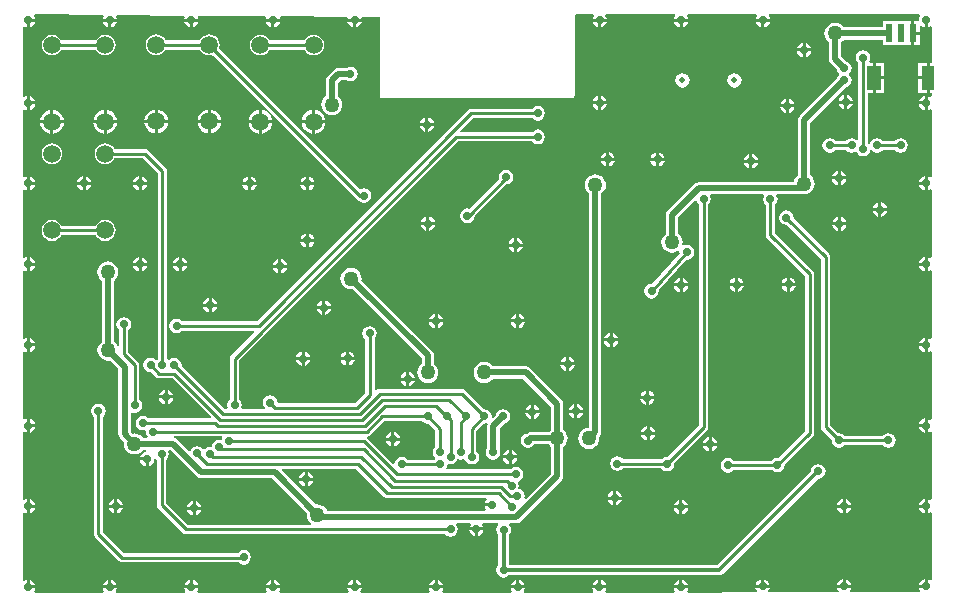
<source format=gbl>
G04 Layer_Physical_Order=2*
G04 Layer_Color=16711680*
%FSLAX25Y25*%
%MOIN*%
G70*
G01*
G75*
%ADD36C,0.01000*%
%ADD37C,0.02000*%
%ADD38C,0.01400*%
%ADD40C,0.01870*%
%ADD41C,0.05906*%
%ADD42C,0.02800*%
%ADD43C,0.05000*%
%ADD44R,0.02362X0.06102*%
%ADD45R,0.04724X0.07874*%
%ADD46R,0.04000X0.07874*%
G36*
X302223Y294762D02*
X302491Y294262D01*
X302139Y293736D01*
X302052Y293300D01*
X306748D01*
X306661Y293736D01*
X306309Y294262D01*
X306577Y294762D01*
X329423D01*
X329691Y294262D01*
X329339Y293736D01*
X329252Y293300D01*
X333948D01*
X333861Y293736D01*
X333509Y294262D01*
X333777Y294762D01*
X356623Y294762D01*
X356891Y294262D01*
X356539Y293736D01*
X356452Y293300D01*
X361148D01*
X361061Y293736D01*
X360709Y294262D01*
X360977Y294762D01*
X411023D01*
X411291Y294262D01*
X410939Y293736D01*
X410753Y292800D01*
X410536Y292535D01*
X409358D01*
Y288984D01*
X411039D01*
Y290882D01*
X411539Y291023D01*
X412264Y290539D01*
X412700Y290452D01*
Y292800D01*
X413700D01*
Y290452D01*
X414136Y290539D01*
X414538Y290807D01*
X415038Y290540D01*
Y278559D01*
X414476D01*
Y273622D01*
Y268685D01*
X415038D01*
Y267560D01*
X414538Y267293D01*
X414136Y267561D01*
X413700Y267648D01*
Y265300D01*
Y262952D01*
X414136Y263039D01*
X414538Y263307D01*
X415038Y263040D01*
Y240660D01*
X414538Y240393D01*
X414136Y240661D01*
X413700Y240748D01*
Y238400D01*
Y236052D01*
X414136Y236139D01*
X414538Y236407D01*
X415038Y236140D01*
Y213760D01*
X414538Y213493D01*
X414136Y213761D01*
X413700Y213848D01*
Y211500D01*
Y209152D01*
X414136Y209239D01*
X414538Y209507D01*
X415038Y209240D01*
X415038Y186860D01*
X414538Y186593D01*
X414136Y186861D01*
X413700Y186948D01*
Y184600D01*
Y182252D01*
X414136Y182339D01*
X414538Y182607D01*
X415038Y182340D01*
Y159960D01*
X414538Y159693D01*
X414136Y159961D01*
X413700Y160048D01*
Y157700D01*
Y155352D01*
X414136Y155439D01*
X414538Y155707D01*
X415038Y155440D01*
Y133060D01*
X414538Y132793D01*
X414136Y133061D01*
X413700Y133148D01*
Y130800D01*
Y128452D01*
X414136Y128539D01*
X414538Y128807D01*
X415038Y128540D01*
Y106360D01*
X414538Y106093D01*
X414136Y106361D01*
X413700Y106448D01*
Y104100D01*
X413200D01*
Y103600D01*
X410852D01*
X410939Y103164D01*
X411325Y102586D01*
X411063Y102086D01*
X388015Y102071D01*
X387765Y102571D01*
X388161Y103164D01*
X388248Y103600D01*
X383552D01*
X383639Y103164D01*
X384037Y102569D01*
X383789Y102069D01*
X360790Y102055D01*
X360554Y102554D01*
X360961Y103164D01*
X361048Y103600D01*
X356352D01*
X356439Y103164D01*
X356848Y102552D01*
X356614Y102052D01*
X333743Y102038D01*
X333476Y102538D01*
X333761Y102964D01*
X333848Y103400D01*
X329152D01*
X329239Y102964D01*
X329526Y102535D01*
X329258Y102035D01*
X320393Y102029D01*
X306538D01*
X306271Y102529D01*
X306561Y102964D01*
X306648Y103400D01*
X301952D01*
X302039Y102964D01*
X302329Y102529D01*
X302062Y102029D01*
X279338D01*
X279071Y102529D01*
X279361Y102964D01*
X279448Y103400D01*
X274752D01*
X274839Y102964D01*
X275129Y102529D01*
X274862Y102029D01*
X252138D01*
X251871Y102529D01*
X252161Y102964D01*
X252248Y103400D01*
X247552D01*
X247639Y102964D01*
X247929Y102529D01*
X247662Y102029D01*
X224938D01*
X224671Y102529D01*
X224961Y102964D01*
X225048Y103400D01*
X220352D01*
X220439Y102964D01*
X220729Y102529D01*
X220462Y102029D01*
X197738D01*
X197471Y102529D01*
X197761Y102964D01*
X197848Y103400D01*
X193152D01*
X193239Y102964D01*
X193529Y102529D01*
X193262Y102029D01*
X170538D01*
X170271Y102529D01*
X170561Y102964D01*
X170648Y103400D01*
X165952D01*
X166039Y102964D01*
X166329Y102529D01*
X166062Y102029D01*
X143338D01*
X143071Y102529D01*
X143361Y102964D01*
X143448Y103400D01*
X138752D01*
X138839Y102964D01*
X139129Y102529D01*
X138862Y102029D01*
X116138D01*
X115871Y102529D01*
X116161Y102964D01*
X116248Y103400D01*
X113900D01*
Y103900D01*
X113400D01*
Y106248D01*
X112964Y106161D01*
X112628Y105936D01*
X112128Y106203D01*
Y128497D01*
X112628Y128764D01*
X112964Y128539D01*
X113400Y128452D01*
Y130800D01*
Y133148D01*
X112964Y133061D01*
X112628Y132836D01*
X112128Y133104D01*
Y155396D01*
X112628Y155664D01*
X112964Y155439D01*
X113400Y155352D01*
Y157700D01*
Y160048D01*
X112964Y159961D01*
X112628Y159736D01*
X112128Y160003D01*
Y182297D01*
X112628Y182564D01*
X112964Y182339D01*
X113400Y182252D01*
Y184600D01*
Y186948D01*
X112964Y186861D01*
X112628Y186636D01*
X112128Y186904D01*
Y209196D01*
X112628Y209464D01*
X112964Y209239D01*
X113400Y209152D01*
Y211500D01*
Y213848D01*
X112964Y213761D01*
X112628Y213536D01*
X112128Y213804D01*
Y236097D01*
X112628Y236364D01*
X112964Y236139D01*
X113400Y236052D01*
Y238400D01*
Y240748D01*
X112964Y240661D01*
X112628Y240436D01*
X112128Y240704D01*
Y262997D01*
X112628Y263264D01*
X112964Y263039D01*
X113400Y262952D01*
Y265300D01*
Y267648D01*
X112964Y267561D01*
X112628Y267336D01*
X112128Y267603D01*
Y290496D01*
X112628Y290764D01*
X112964Y290539D01*
X113400Y290452D01*
Y292800D01*
X113900D01*
Y293300D01*
X116248D01*
X116161Y293736D01*
X115827Y294235D01*
X116096Y294734D01*
X138795Y294570D01*
X139061Y294068D01*
X138839Y293736D01*
X138752Y293300D01*
X143448D01*
X143361Y293736D01*
X143159Y294038D01*
X143428Y294536D01*
X165936Y294374D01*
X166170Y293932D01*
X166039Y293736D01*
X165952Y293300D01*
X170648D01*
X170561Y293736D01*
X170452Y293899D01*
X170689Y294339D01*
X193005Y294178D01*
X193179Y293849D01*
X193227Y293676D01*
X193152Y293300D01*
X197848D01*
X197779Y293643D01*
X198046Y294142D01*
X220048Y293983D01*
X220388Y293480D01*
X220352Y293300D01*
X225048D01*
X225018Y293447D01*
X225377Y293944D01*
X231032Y293903D01*
Y267754D01*
X231109Y267364D01*
X231330Y267033D01*
X231661Y266812D01*
X232051Y266735D01*
X295079D01*
X295469Y266812D01*
X295800Y267033D01*
X296021Y267364D01*
X296098Y267754D01*
Y294263D01*
X296503Y294762D01*
X302223D01*
D02*
G37*
%LPC*%
G36*
X206049Y182353D02*
Y180506D01*
X207897D01*
X207810Y180942D01*
X207280Y181736D01*
X206486Y182266D01*
X206049Y182353D01*
D02*
G37*
G36*
X205049D02*
X204613Y182266D01*
X203819Y181736D01*
X203289Y180942D01*
X203202Y180506D01*
X205049D01*
Y182353D01*
D02*
G37*
G36*
X220900Y182448D02*
Y180600D01*
X222748D01*
X222661Y181036D01*
X222130Y181830D01*
X221336Y182361D01*
X220900Y182448D01*
D02*
G37*
G36*
X219900D02*
X219464Y182361D01*
X218670Y181830D01*
X218139Y181036D01*
X218052Y180600D01*
X219900D01*
Y182448D01*
D02*
G37*
G36*
X293200Y180623D02*
X292764Y180536D01*
X291970Y180006D01*
X291439Y179212D01*
X291352Y178775D01*
X293200D01*
Y180623D01*
D02*
G37*
G36*
X222748Y179600D02*
X220900D01*
Y177752D01*
X221336Y177839D01*
X222130Y178370D01*
X222661Y179164D01*
X222748Y179600D01*
D02*
G37*
G36*
X219900D02*
X218052D01*
X218139Y179164D01*
X218670Y178370D01*
X219464Y177839D01*
X219900Y177752D01*
Y179600D01*
D02*
G37*
G36*
X294200Y180623D02*
Y178775D01*
X296048D01*
X295961Y179212D01*
X295430Y180006D01*
X294636Y180536D01*
X294200Y180623D01*
D02*
G37*
G36*
X116248Y184100D02*
X114400D01*
Y182252D01*
X114836Y182339D01*
X115630Y182870D01*
X116161Y183664D01*
X116248Y184100D01*
D02*
G37*
G36*
X307700Y188648D02*
X307264Y188561D01*
X306470Y188030D01*
X305939Y187236D01*
X305852Y186800D01*
X307700D01*
Y188648D01*
D02*
G37*
G36*
X412700Y186948D02*
X412264Y186861D01*
X411470Y186330D01*
X410939Y185536D01*
X410852Y185100D01*
X412700D01*
Y186948D01*
D02*
G37*
G36*
X249400Y192100D02*
X247552D01*
X247639Y191664D01*
X248170Y190870D01*
X248964Y190339D01*
X249400Y190252D01*
Y192100D01*
D02*
G37*
G36*
X308700Y188648D02*
Y186800D01*
X310548D01*
X310461Y187236D01*
X309930Y188030D01*
X309136Y188561D01*
X308700Y188648D01*
D02*
G37*
G36*
X307700Y185800D02*
X305852D01*
X305939Y185364D01*
X306470Y184570D01*
X307264Y184039D01*
X307700Y183952D01*
Y185800D01*
D02*
G37*
G36*
X412700Y184100D02*
X410852D01*
X410939Y183664D01*
X411470Y182870D01*
X412264Y182339D01*
X412700Y182252D01*
Y184100D01*
D02*
G37*
G36*
X114400Y186948D02*
Y185100D01*
X116248D01*
X116161Y185536D01*
X115630Y186330D01*
X114836Y186861D01*
X114400Y186948D01*
D02*
G37*
G36*
X310548Y185800D02*
X308700D01*
Y183952D01*
X309136Y184039D01*
X309930Y184570D01*
X310461Y185364D01*
X310548Y185800D01*
D02*
G37*
G36*
X320800Y169348D02*
Y167500D01*
X322648D01*
X322561Y167936D01*
X322030Y168730D01*
X321236Y169261D01*
X320800Y169348D01*
D02*
G37*
G36*
X319800D02*
X319364Y169261D01*
X318570Y168730D01*
X318039Y167936D01*
X317952Y167500D01*
X319800D01*
Y169348D01*
D02*
G37*
G36*
X160400Y169648D02*
Y167800D01*
X162248D01*
X162161Y168236D01*
X161630Y169030D01*
X160836Y169561D01*
X160400Y169648D01*
D02*
G37*
G36*
X159400D02*
X158964Y169561D01*
X158170Y169030D01*
X157639Y168236D01*
X157552Y167800D01*
X159400D01*
Y169648D01*
D02*
G37*
G36*
X162248Y166800D02*
X160400D01*
Y164952D01*
X160836Y165039D01*
X161630Y165570D01*
X162161Y166364D01*
X162248Y166800D01*
D02*
G37*
G36*
X319800Y166500D02*
X317952D01*
X318039Y166064D01*
X318570Y165270D01*
X319364Y164739D01*
X319800Y164652D01*
Y166500D01*
D02*
G37*
G36*
X297000Y164806D02*
Y162959D01*
X298848D01*
X298761Y163395D01*
X298230Y164189D01*
X297436Y164719D01*
X297000Y164806D01*
D02*
G37*
G36*
X159400Y166800D02*
X157552D01*
X157639Y166364D01*
X158170Y165570D01*
X158964Y165039D01*
X159400Y164952D01*
Y166800D01*
D02*
G37*
G36*
X322648Y166500D02*
X320800D01*
Y164652D01*
X321236Y164739D01*
X322030Y165270D01*
X322561Y166064D01*
X322648Y166500D01*
D02*
G37*
G36*
X296048Y177775D02*
X294200D01*
Y175928D01*
X294636Y176014D01*
X295430Y176545D01*
X295961Y177339D01*
X296048Y177775D01*
D02*
G37*
G36*
X293200D02*
X291352D01*
X291439Y177339D01*
X291970Y176545D01*
X292764Y176014D01*
X293200Y175928D01*
Y177775D01*
D02*
G37*
G36*
X207897Y179506D02*
X206049D01*
Y177658D01*
X206486Y177745D01*
X207280Y178275D01*
X207810Y179069D01*
X207897Y179506D01*
D02*
G37*
G36*
X205049D02*
X203202D01*
X203289Y179069D01*
X203819Y178275D01*
X204613Y177745D01*
X205049Y177658D01*
Y179506D01*
D02*
G37*
G36*
X240917Y175548D02*
Y173700D01*
X242765D01*
X242678Y174136D01*
X242148Y174930D01*
X241354Y175461D01*
X240917Y175548D01*
D02*
G37*
G36*
X242765Y172700D02*
X240917D01*
Y170852D01*
X241354Y170939D01*
X242148Y171470D01*
X242678Y172264D01*
X242765Y172700D01*
D02*
G37*
G36*
X239917D02*
X238070D01*
X238157Y172264D01*
X238687Y171470D01*
X239481Y170939D01*
X239917Y170852D01*
Y172700D01*
D02*
G37*
G36*
Y175548D02*
X239481Y175461D01*
X238687Y174930D01*
X238157Y174136D01*
X238070Y173700D01*
X239917D01*
Y175548D01*
D02*
G37*
G36*
X221555Y210223D02*
X220641Y210103D01*
X219790Y209750D01*
X219059Y209189D01*
X218498Y208458D01*
X218145Y207607D01*
X218025Y206693D01*
X218145Y205779D01*
X218498Y204928D01*
X219059Y204197D01*
X219790Y203636D01*
X220641Y203283D01*
X221555Y203163D01*
X222126Y203238D01*
X245107Y180258D01*
Y178247D01*
X244649Y177896D01*
X244088Y177165D01*
X243736Y176314D01*
X243616Y175400D01*
X243736Y174486D01*
X244088Y173635D01*
X244649Y172904D01*
X245381Y172343D01*
X246232Y171990D01*
X247146Y171870D01*
X248059Y171990D01*
X248911Y172343D01*
X249642Y172904D01*
X250203Y173635D01*
X250556Y174486D01*
X250676Y175400D01*
X250556Y176314D01*
X250203Y177165D01*
X249642Y177896D01*
X249185Y178247D01*
Y181102D01*
X249030Y181883D01*
X248588Y182544D01*
X225010Y206122D01*
X225085Y206693D01*
X224965Y207607D01*
X224612Y208458D01*
X224051Y209189D01*
X223320Y209750D01*
X222469Y210103D01*
X221555Y210223D01*
D02*
G37*
G36*
X252248Y192100D02*
X250400D01*
Y190252D01*
X250836Y190339D01*
X251630Y190870D01*
X252161Y191664D01*
X252248Y192100D01*
D02*
G37*
G36*
X350560Y207048D02*
Y205200D01*
X352408D01*
X352321Y205636D01*
X351791Y206430D01*
X350997Y206961D01*
X350560Y207048D01*
D02*
G37*
G36*
X349560D02*
X349124Y206961D01*
X348330Y206430D01*
X347799Y205636D01*
X347713Y205200D01*
X349560D01*
Y207048D01*
D02*
G37*
G36*
X367900Y207065D02*
Y205217D01*
X369748D01*
X369661Y205654D01*
X369130Y206448D01*
X368336Y206978D01*
X367900Y207065D01*
D02*
G37*
G36*
X366900D02*
X366464Y206978D01*
X365670Y206448D01*
X365139Y205654D01*
X365052Y205217D01*
X366900D01*
Y207065D01*
D02*
G37*
G36*
X369748Y204217D02*
X367900D01*
Y202370D01*
X368336Y202457D01*
X369130Y202987D01*
X369661Y203781D01*
X369748Y204217D01*
D02*
G37*
G36*
X366900D02*
X365052D01*
X365139Y203781D01*
X365670Y202987D01*
X366464Y202457D01*
X366900Y202370D01*
Y204217D01*
D02*
G37*
G36*
X332037Y206948D02*
Y205100D01*
X333885D01*
X333798Y205536D01*
X333267Y206330D01*
X332473Y206861D01*
X332037Y206948D01*
D02*
G37*
G36*
X331037D02*
X330601Y206861D01*
X329807Y206330D01*
X329276Y205536D01*
X329189Y205100D01*
X331037D01*
Y206948D01*
D02*
G37*
G36*
X197300Y210300D02*
X195452D01*
X195539Y209864D01*
X196070Y209070D01*
X196864Y208539D01*
X197300Y208452D01*
Y210300D01*
D02*
G37*
G36*
X116248Y211000D02*
X114400D01*
Y209152D01*
X114836Y209239D01*
X115630Y209770D01*
X116161Y210564D01*
X116248Y211000D01*
D02*
G37*
G36*
X166948Y210900D02*
X165100D01*
Y209052D01*
X165536Y209139D01*
X166330Y209670D01*
X166861Y210464D01*
X166948Y210900D01*
D02*
G37*
G36*
X197300Y213148D02*
X196864Y213061D01*
X196070Y212530D01*
X195539Y211736D01*
X195452Y211300D01*
X197300D01*
Y213148D01*
D02*
G37*
G36*
X412700Y211000D02*
X410852D01*
X410939Y210564D01*
X411470Y209770D01*
X412264Y209239D01*
X412700Y209152D01*
Y211000D01*
D02*
G37*
G36*
X150700Y210900D02*
X148852D01*
X148939Y210464D01*
X149470Y209670D01*
X150264Y209139D01*
X150700Y209052D01*
Y210900D01*
D02*
G37*
G36*
X200148Y210300D02*
X198300D01*
Y208452D01*
X198736Y208539D01*
X199530Y209070D01*
X200061Y209864D01*
X200148Y210300D01*
D02*
G37*
G36*
X164100Y210900D02*
X162252D01*
X162339Y210464D01*
X162870Y209670D01*
X163664Y209139D01*
X164100Y209052D01*
Y210900D01*
D02*
G37*
G36*
X153548D02*
X151700D01*
Y209052D01*
X152136Y209139D01*
X152930Y209670D01*
X153461Y210464D01*
X153548Y210900D01*
D02*
G37*
G36*
X352408Y204200D02*
X350560D01*
Y202352D01*
X350997Y202439D01*
X351791Y202970D01*
X352321Y203764D01*
X352408Y204200D01*
D02*
G37*
G36*
X277600Y194948D02*
Y193100D01*
X279448D01*
X279361Y193536D01*
X278830Y194330D01*
X278036Y194861D01*
X277600Y194948D01*
D02*
G37*
G36*
X276600D02*
X276164Y194861D01*
X275370Y194330D01*
X274839Y193536D01*
X274752Y193100D01*
X276600D01*
Y194948D01*
D02*
G37*
G36*
X214811Y196500D02*
X212964D01*
Y194652D01*
X213400Y194739D01*
X214194Y195270D01*
X214725Y196064D01*
X214811Y196500D01*
D02*
G37*
G36*
X211964D02*
X210116D01*
X210203Y196064D01*
X210734Y195270D01*
X211527Y194739D01*
X211964Y194652D01*
Y196500D01*
D02*
G37*
G36*
X279448Y192100D02*
X277600D01*
Y190252D01*
X278036Y190339D01*
X278830Y190870D01*
X279361Y191664D01*
X279448Y192100D01*
D02*
G37*
G36*
X276600D02*
X274752D01*
X274839Y191664D01*
X275370Y190870D01*
X276164Y190339D01*
X276600Y190252D01*
Y192100D01*
D02*
G37*
G36*
X250400Y194948D02*
Y193100D01*
X252248D01*
X252161Y193536D01*
X251630Y194330D01*
X250836Y194861D01*
X250400Y194948D01*
D02*
G37*
G36*
X249400D02*
X248964Y194861D01*
X248170Y194330D01*
X247639Y193536D01*
X247552Y193100D01*
X249400D01*
Y194948D01*
D02*
G37*
G36*
X174095Y197300D02*
X172248D01*
X172335Y196864D01*
X172865Y196070D01*
X173659Y195539D01*
X174095Y195452D01*
Y197300D01*
D02*
G37*
G36*
X331037Y204100D02*
X329189D01*
X329276Y203664D01*
X329807Y202870D01*
X330601Y202339D01*
X331037Y202252D01*
Y204100D01*
D02*
G37*
G36*
X175095Y200148D02*
Y198300D01*
X176943D01*
X176856Y198736D01*
X176326Y199530D01*
X175532Y200061D01*
X175095Y200148D01*
D02*
G37*
G36*
X349560Y204200D02*
X347713D01*
X347799Y203764D01*
X348330Y202970D01*
X349124Y202439D01*
X349560Y202352D01*
Y204200D01*
D02*
G37*
G36*
X333885Y204100D02*
X332037D01*
Y202252D01*
X332473Y202339D01*
X333267Y202870D01*
X333798Y203664D01*
X333885Y204100D01*
D02*
G37*
G36*
X211964Y199348D02*
X211527Y199261D01*
X210734Y198730D01*
X210203Y197936D01*
X210116Y197500D01*
X211964D01*
Y199348D01*
D02*
G37*
G36*
X176943Y197300D02*
X175095D01*
Y195452D01*
X175532Y195539D01*
X176326Y196070D01*
X176856Y196864D01*
X176943Y197300D01*
D02*
G37*
G36*
X174095Y200148D02*
X173659Y200061D01*
X172865Y199530D01*
X172335Y198736D01*
X172248Y198300D01*
X174095D01*
Y200148D01*
D02*
G37*
G36*
X212964Y199348D02*
Y197500D01*
X214811D01*
X214725Y197936D01*
X214194Y198730D01*
X213400Y199261D01*
X212964Y199348D01*
D02*
G37*
G36*
X262840Y122800D02*
X260993D01*
X261080Y122364D01*
X261610Y121570D01*
X262404Y121039D01*
X262840Y120952D01*
Y122800D01*
D02*
G37*
G36*
X137300Y164947D02*
X136364Y164761D01*
X135570Y164230D01*
X135039Y163436D01*
X134853Y162500D01*
X135039Y161564D01*
X135570Y160770D01*
X135771Y160635D01*
Y121700D01*
X135887Y121115D01*
X136219Y120619D01*
X144219Y112619D01*
X144715Y112287D01*
X145300Y112171D01*
X183968D01*
X184037Y112068D01*
X184830Y111538D01*
X185767Y111351D01*
X186703Y111538D01*
X187497Y112068D01*
X188028Y112862D01*
X188214Y113798D01*
X188028Y114735D01*
X187497Y115529D01*
X186703Y116059D01*
X185767Y116245D01*
X184830Y116059D01*
X184037Y115529D01*
X183837Y115229D01*
X145933D01*
X138829Y122334D01*
Y160635D01*
X139030Y160770D01*
X139561Y161564D01*
X139747Y162500D01*
X139561Y163436D01*
X139030Y164230D01*
X138236Y164761D01*
X137300Y164947D01*
D02*
G37*
G36*
X331000Y130100D02*
X329152D01*
X329239Y129664D01*
X329770Y128870D01*
X330564Y128339D01*
X331000Y128252D01*
Y130100D01*
D02*
G37*
G36*
X265688Y122800D02*
X263840D01*
Y120952D01*
X264277Y121039D01*
X265071Y121570D01*
X265601Y122364D01*
X265688Y122800D01*
D02*
G37*
G36*
X385400Y106448D02*
X384964Y106361D01*
X384170Y105830D01*
X383639Y105036D01*
X383552Y104600D01*
X385400D01*
Y106448D01*
D02*
G37*
G36*
X359200D02*
Y104600D01*
X361048D01*
X360961Y105036D01*
X360430Y105830D01*
X359636Y106361D01*
X359200Y106448D01*
D02*
G37*
G36*
X412700D02*
X412264Y106361D01*
X411470Y105830D01*
X410939Y105036D01*
X410852Y104600D01*
X412700D01*
Y106448D01*
D02*
G37*
G36*
X386400D02*
Y104600D01*
X388248D01*
X388161Y105036D01*
X387630Y105830D01*
X386836Y106361D01*
X386400Y106448D01*
D02*
G37*
G36*
X333848Y130100D02*
X332000D01*
Y128252D01*
X332436Y128339D01*
X333230Y128870D01*
X333761Y129664D01*
X333848Y130100D01*
D02*
G37*
G36*
X412700Y130300D02*
X410852D01*
X410939Y129864D01*
X411470Y129070D01*
X412264Y128539D01*
X412700Y128452D01*
Y130300D01*
D02*
G37*
G36*
X388248D02*
X386400D01*
Y128452D01*
X386836Y128539D01*
X387630Y129070D01*
X388161Y129864D01*
X388248Y130300D01*
D02*
G37*
G36*
X332000Y132948D02*
Y131100D01*
X333848D01*
X333761Y131536D01*
X333230Y132330D01*
X332436Y132861D01*
X332000Y132948D01*
D02*
G37*
G36*
X331000D02*
X330564Y132861D01*
X329770Y132330D01*
X329239Y131536D01*
X329152Y131100D01*
X331000D01*
Y132948D01*
D02*
G37*
G36*
X142600Y130300D02*
X140752D01*
X140839Y129864D01*
X141370Y129070D01*
X142164Y128539D01*
X142600Y128452D01*
Y130300D01*
D02*
G37*
G36*
X116248D02*
X114400D01*
Y128452D01*
X114836Y128539D01*
X115630Y129070D01*
X116161Y129864D01*
X116248Y130300D01*
D02*
G37*
G36*
X385400D02*
X383552D01*
X383639Y129864D01*
X384170Y129070D01*
X384964Y128539D01*
X385400Y128452D01*
Y130300D01*
D02*
G37*
G36*
X145448D02*
X143600D01*
Y128452D01*
X144036Y128539D01*
X144830Y129070D01*
X145361Y129864D01*
X145448Y130300D01*
D02*
G37*
G36*
X358200Y106448D02*
X357764Y106361D01*
X356970Y105830D01*
X356439Y105036D01*
X356352Y104600D01*
X358200D01*
Y106448D01*
D02*
G37*
G36*
X195000Y106248D02*
X194564Y106161D01*
X193770Y105630D01*
X193239Y104836D01*
X193152Y104400D01*
X195000D01*
Y106248D01*
D02*
G37*
G36*
X168800D02*
Y104400D01*
X170648D01*
X170561Y104836D01*
X170030Y105630D01*
X169236Y106161D01*
X168800Y106248D01*
D02*
G37*
G36*
X222200D02*
X221764Y106161D01*
X220970Y105630D01*
X220439Y104836D01*
X220352Y104400D01*
X222200D01*
Y106248D01*
D02*
G37*
G36*
X196000D02*
Y104400D01*
X197848D01*
X197761Y104836D01*
X197230Y105630D01*
X196436Y106161D01*
X196000Y106248D01*
D02*
G37*
G36*
X140600D02*
X140164Y106161D01*
X139370Y105630D01*
X138839Y104836D01*
X138752Y104400D01*
X140600D01*
Y106248D01*
D02*
G37*
G36*
X114400D02*
Y104400D01*
X116248D01*
X116161Y104836D01*
X115630Y105630D01*
X114836Y106161D01*
X114400Y106248D01*
D02*
G37*
G36*
X167800D02*
X167364Y106161D01*
X166570Y105630D01*
X166039Y104836D01*
X165952Y104400D01*
X167800D01*
Y106248D01*
D02*
G37*
G36*
X141600D02*
Y104400D01*
X143448D01*
X143361Y104836D01*
X142830Y105630D01*
X142036Y106161D01*
X141600Y106248D01*
D02*
G37*
G36*
X223200D02*
Y104400D01*
X225048D01*
X224961Y104836D01*
X224430Y105630D01*
X223636Y106161D01*
X223200Y106248D01*
D02*
G37*
G36*
X304800D02*
Y104400D01*
X306648D01*
X306561Y104836D01*
X306030Y105630D01*
X305236Y106161D01*
X304800Y106248D01*
D02*
G37*
G36*
X303800D02*
X303364Y106161D01*
X302570Y105630D01*
X302039Y104836D01*
X301952Y104400D01*
X303800D01*
Y106248D01*
D02*
G37*
G36*
X332000D02*
Y104400D01*
X333848D01*
X333761Y104836D01*
X333230Y105630D01*
X332436Y106161D01*
X332000Y106248D01*
D02*
G37*
G36*
X331000D02*
X330564Y106161D01*
X329770Y105630D01*
X329239Y104836D01*
X329152Y104400D01*
X331000D01*
Y106248D01*
D02*
G37*
G36*
X250400D02*
Y104400D01*
X252248D01*
X252161Y104836D01*
X251630Y105630D01*
X250836Y106161D01*
X250400Y106248D01*
D02*
G37*
G36*
X249400D02*
X248964Y106161D01*
X248170Y105630D01*
X247639Y104836D01*
X247552Y104400D01*
X249400D01*
Y106248D01*
D02*
G37*
G36*
X277600D02*
Y104400D01*
X279448D01*
X279361Y104836D01*
X278830Y105630D01*
X278036Y106161D01*
X277600Y106248D01*
D02*
G37*
G36*
X276600D02*
X276164Y106161D01*
X275370Y105630D01*
X274839Y104836D01*
X274752Y104400D01*
X276600D01*
Y106248D01*
D02*
G37*
G36*
X308923Y133000D02*
X307075D01*
X307162Y132564D01*
X307693Y131770D01*
X308486Y131239D01*
X308923Y131152D01*
Y133000D01*
D02*
G37*
G36*
X412700Y157200D02*
X410852D01*
X410939Y156764D01*
X411470Y155970D01*
X412264Y155439D01*
X412700Y155352D01*
Y157200D01*
D02*
G37*
G36*
X116248D02*
X114400D01*
Y155352D01*
X114836Y155439D01*
X115630Y155970D01*
X116161Y156764D01*
X116248Y157200D01*
D02*
G37*
G36*
X321040Y157448D02*
Y155600D01*
X322887D01*
X322800Y156036D01*
X322270Y156830D01*
X321476Y157361D01*
X321040Y157448D01*
D02*
G37*
G36*
X320040D02*
X319603Y157361D01*
X318810Y156830D01*
X318279Y156036D01*
X318192Y155600D01*
X320040D01*
Y157448D01*
D02*
G37*
G36*
X341700Y153848D02*
Y152000D01*
X343548D01*
X343461Y152436D01*
X342930Y153230D01*
X342136Y153761D01*
X341700Y153848D01*
D02*
G37*
G36*
X340700D02*
X340264Y153761D01*
X339470Y153230D01*
X338939Y152436D01*
X338852Y152000D01*
X340700D01*
Y153848D01*
D02*
G37*
G36*
X322887Y154600D02*
X321040D01*
Y152752D01*
X321476Y152839D01*
X322270Y153370D01*
X322800Y154164D01*
X322887Y154600D01*
D02*
G37*
G36*
X320040D02*
X318192D01*
X318279Y154164D01*
X318810Y153370D01*
X319603Y152839D01*
X320040Y152752D01*
Y154600D01*
D02*
G37*
G36*
X114400Y160048D02*
Y158200D01*
X116248D01*
X116161Y158636D01*
X115630Y159430D01*
X114836Y159961D01*
X114400Y160048D01*
D02*
G37*
G36*
X281519Y164648D02*
X281082Y164561D01*
X280288Y164030D01*
X279758Y163236D01*
X279671Y162800D01*
X281519D01*
Y164648D01*
D02*
G37*
G36*
X298848Y161959D02*
X297000D01*
Y160111D01*
X297436Y160198D01*
X298230Y160728D01*
X298761Y161522D01*
X298848Y161959D01*
D02*
G37*
G36*
X296000Y164806D02*
X295564Y164719D01*
X294770Y164189D01*
X294239Y163395D01*
X294152Y162959D01*
X296000D01*
Y164806D01*
D02*
G37*
G36*
X282519Y164648D02*
Y162800D01*
X284366D01*
X284279Y163236D01*
X283749Y164030D01*
X282955Y164561D01*
X282519Y164648D01*
D02*
G37*
G36*
X281519Y161800D02*
X279671D01*
X279758Y161364D01*
X280288Y160570D01*
X281082Y160039D01*
X281519Y159952D01*
Y161800D01*
D02*
G37*
G36*
X412700Y160048D02*
X412264Y159961D01*
X411470Y159430D01*
X410939Y158636D01*
X410852Y158200D01*
X412700D01*
Y160048D01*
D02*
G37*
G36*
X296000Y161959D02*
X294152D01*
X294239Y161522D01*
X294770Y160728D01*
X295564Y160198D01*
X296000Y160111D01*
Y161959D01*
D02*
G37*
G36*
X284366Y161800D02*
X282519D01*
Y159952D01*
X282955Y160039D01*
X283749Y160570D01*
X284279Y161364D01*
X284366Y161800D01*
D02*
G37*
G36*
X366634Y229418D02*
X365697Y229232D01*
X364904Y228701D01*
X364373Y227907D01*
X364187Y226971D01*
X364373Y226034D01*
X364904Y225241D01*
X365697Y224710D01*
X366634Y224524D01*
X366871Y224571D01*
X378195Y213247D01*
Y157185D01*
X378311Y156600D01*
X378643Y156104D01*
X381754Y152993D01*
X381707Y152756D01*
X381893Y151820D01*
X382423Y151026D01*
X383217Y150495D01*
X384154Y150309D01*
X385090Y150495D01*
X385884Y151026D01*
X386018Y151226D01*
X398791D01*
X398926Y151026D01*
X399720Y150495D01*
X400656Y150309D01*
X401592Y150495D01*
X402386Y151026D01*
X402917Y151820D01*
X403103Y152756D01*
X402917Y153692D01*
X402386Y154486D01*
X401592Y155017D01*
X400656Y155203D01*
X399720Y155017D01*
X398926Y154486D01*
X398791Y154285D01*
X386018D01*
X385884Y154486D01*
X385090Y155017D01*
X384154Y155203D01*
X383917Y155156D01*
X381254Y157818D01*
Y213880D01*
X381137Y214466D01*
X380806Y214962D01*
X369034Y226734D01*
X369081Y226971D01*
X368895Y227907D01*
X368364Y228701D01*
X367570Y229232D01*
X366634Y229418D01*
D02*
G37*
G36*
X386400Y133148D02*
Y131300D01*
X388248D01*
X388161Y131736D01*
X387630Y132530D01*
X386836Y133061D01*
X386400Y133148D01*
D02*
G37*
G36*
X385400D02*
X384964Y133061D01*
X384170Y132530D01*
X383639Y131736D01*
X383552Y131300D01*
X385400D01*
Y133148D01*
D02*
G37*
G36*
X308923Y135848D02*
X308486Y135761D01*
X307693Y135230D01*
X307162Y134436D01*
X307075Y134000D01*
X308923D01*
Y135848D01*
D02*
G37*
G36*
X412700Y133148D02*
X412264Y133061D01*
X411470Y132530D01*
X410939Y131736D01*
X410852Y131300D01*
X412700D01*
Y133148D01*
D02*
G37*
G36*
X114400D02*
Y131300D01*
X116248D01*
X116161Y131736D01*
X115630Y132530D01*
X114836Y133061D01*
X114400Y133148D01*
D02*
G37*
G36*
X311770Y133000D02*
X309923D01*
Y131152D01*
X310359Y131239D01*
X311153Y131770D01*
X311684Y132564D01*
X311770Y133000D01*
D02*
G37*
G36*
X143600Y133148D02*
Y131300D01*
X145448D01*
X145361Y131736D01*
X144830Y132530D01*
X144036Y133061D01*
X143600Y133148D01*
D02*
G37*
G36*
X142600D02*
X142164Y133061D01*
X141370Y132530D01*
X140839Y131736D01*
X140752Y131300D01*
X142600D01*
Y133148D01*
D02*
G37*
G36*
X309923Y135848D02*
Y134000D01*
X311770D01*
X311684Y134436D01*
X311153Y135230D01*
X310359Y135761D01*
X309923Y135848D01*
D02*
G37*
G36*
X340700Y151000D02*
X338852D01*
X338939Y150564D01*
X339470Y149770D01*
X340264Y149239D01*
X340700Y149152D01*
Y151000D01*
D02*
G37*
G36*
X275100Y149566D02*
Y147718D01*
X276948D01*
X276861Y148154D01*
X276330Y148948D01*
X275536Y149479D01*
X275100Y149566D01*
D02*
G37*
G36*
X302953Y241424D02*
X302039Y241304D01*
X301188Y240951D01*
X300457Y240390D01*
X299896Y239659D01*
X299543Y238807D01*
X299423Y237894D01*
X299543Y236980D01*
X299896Y236129D01*
X300457Y235398D01*
X300914Y235047D01*
Y157086D01*
X300787Y156975D01*
X299874Y156855D01*
X299022Y156502D01*
X298291Y155941D01*
X297730Y155210D01*
X297377Y154359D01*
X297257Y153445D01*
X297377Y152531D01*
X297730Y151680D01*
X298291Y150949D01*
X299022Y150388D01*
X299874Y150035D01*
X300787Y149915D01*
X301701Y150035D01*
X302553Y150388D01*
X303284Y150949D01*
X303845Y151680D01*
X304197Y152531D01*
X304318Y153445D01*
X304242Y154016D01*
X304395Y154168D01*
X304837Y154830D01*
X304992Y155610D01*
Y235047D01*
X305449Y235398D01*
X306010Y236129D01*
X306363Y236980D01*
X306483Y237894D01*
X306363Y238807D01*
X306010Y239659D01*
X305449Y240390D01*
X304718Y240951D01*
X303866Y241304D01*
X302953Y241424D01*
D02*
G37*
G36*
X343548Y151000D02*
X341700D01*
Y149152D01*
X342136Y149239D01*
X342930Y149770D01*
X343461Y150564D01*
X343548Y151000D01*
D02*
G37*
G36*
X274100Y146718D02*
X272252D01*
X272339Y146282D01*
X272870Y145488D01*
X273664Y144957D01*
X274100Y144871D01*
Y146718D01*
D02*
G37*
G36*
X153100Y146100D02*
X151252D01*
X151339Y145664D01*
X151870Y144870D01*
X152664Y144339D01*
X153100Y144252D01*
Y146100D01*
D02*
G37*
G36*
X274100Y149566D02*
X273664Y149479D01*
X272870Y148948D01*
X272339Y148154D01*
X272252Y147718D01*
X274100D01*
Y149566D01*
D02*
G37*
G36*
X276948Y146718D02*
X275100D01*
Y144871D01*
X275536Y144957D01*
X276330Y145488D01*
X276861Y146282D01*
X276948Y146718D01*
D02*
G37*
G36*
X198300Y213148D02*
Y211300D01*
X200148D01*
X200061Y211736D01*
X199530Y212530D01*
X198736Y213061D01*
X198300Y213148D01*
D02*
G37*
G36*
X157095Y262976D02*
Y259555D01*
X160515D01*
X160445Y260087D01*
X160047Y261049D01*
X159414Y261874D01*
X158588Y262508D01*
X157626Y262906D01*
X157095Y262976D01*
D02*
G37*
G36*
X156095D02*
X155563Y262906D01*
X154601Y262508D01*
X153775Y261874D01*
X153142Y261049D01*
X152743Y260087D01*
X152673Y259555D01*
X156095D01*
Y262976D01*
D02*
G37*
G36*
X369348Y263800D02*
X367500D01*
Y261952D01*
X367936Y262039D01*
X368730Y262570D01*
X369261Y263364D01*
X369348Y263800D01*
D02*
G37*
G36*
X366500D02*
X364652D01*
X364739Y263364D01*
X365270Y262570D01*
X366064Y262039D01*
X366500Y261952D01*
Y263800D01*
D02*
G37*
G36*
X209555Y262878D02*
Y259457D01*
X212976D01*
X212906Y259989D01*
X212508Y260950D01*
X211874Y261776D01*
X211049Y262409D01*
X210087Y262808D01*
X209555Y262878D01*
D02*
G37*
G36*
X191839D02*
Y259457D01*
X195260D01*
X195190Y259989D01*
X194791Y260950D01*
X194158Y261776D01*
X193332Y262409D01*
X192370Y262808D01*
X191839Y262878D01*
D02*
G37*
G36*
X174811Y262976D02*
Y259555D01*
X178232D01*
X178162Y260087D01*
X177764Y261049D01*
X177130Y261874D01*
X176304Y262508D01*
X175343Y262906D01*
X174811Y262976D01*
D02*
G37*
G36*
X173811Y262976D02*
X173279Y262906D01*
X172318Y262508D01*
X171492Y261874D01*
X170858Y261049D01*
X170460Y260087D01*
X170390Y259555D01*
X173811D01*
Y262976D01*
D02*
G37*
G36*
X116248Y264800D02*
X114400D01*
Y262952D01*
X114836Y263039D01*
X115630Y263570D01*
X116161Y264364D01*
X116248Y264800D01*
D02*
G37*
G36*
X366500Y266648D02*
X366064Y266561D01*
X365270Y266030D01*
X364739Y265236D01*
X364652Y264800D01*
X366500D01*
Y266648D01*
D02*
G37*
G36*
X388772Y265000D02*
X386924D01*
Y263152D01*
X387360Y263239D01*
X388154Y263770D01*
X388685Y264564D01*
X388772Y265000D01*
D02*
G37*
G36*
X114400Y267648D02*
Y265800D01*
X116248D01*
X116161Y266236D01*
X115630Y267030D01*
X114836Y267561D01*
X114400Y267648D01*
D02*
G37*
G36*
X367500Y266648D02*
Y264800D01*
X369348D01*
X369261Y265236D01*
X368730Y266030D01*
X367936Y266561D01*
X367500Y266648D01*
D02*
G37*
G36*
X306748Y264800D02*
X304900D01*
Y262952D01*
X305336Y263039D01*
X306130Y263570D01*
X306661Y264364D01*
X306748Y264800D01*
D02*
G37*
G36*
X303900D02*
X302052D01*
X302139Y264364D01*
X302670Y263570D01*
X303464Y263039D01*
X303900Y262952D01*
Y264800D01*
D02*
G37*
G36*
X385924Y265000D02*
X384076D01*
X384163Y264564D01*
X384694Y263770D01*
X385488Y263239D01*
X385924Y263152D01*
Y265000D01*
D02*
G37*
G36*
X412700Y264800D02*
X410852D01*
X410939Y264364D01*
X411470Y263570D01*
X412264Y263039D01*
X412700Y262952D01*
Y264800D01*
D02*
G37*
G36*
X140067Y262878D02*
Y259457D01*
X143488D01*
X143418Y259989D01*
X143020Y260950D01*
X142386Y261776D01*
X141560Y262409D01*
X140599Y262808D01*
X140067Y262878D01*
D02*
G37*
G36*
X160515Y258555D02*
X157095D01*
Y255134D01*
X157626Y255204D01*
X158588Y255602D01*
X159414Y256236D01*
X160047Y257062D01*
X160445Y258023D01*
X160515Y258555D01*
D02*
G37*
G36*
X156095D02*
X152673D01*
X152743Y258023D01*
X153142Y257062D01*
X153775Y256236D01*
X154601Y255602D01*
X155563Y255204D01*
X156095Y255134D01*
Y258555D01*
D02*
G37*
G36*
X246300Y257523D02*
X244452D01*
X244539Y257087D01*
X245070Y256293D01*
X245864Y255763D01*
X246300Y255676D01*
Y257523D01*
D02*
G37*
G36*
X178232Y258555D02*
X174811D01*
Y255134D01*
X175343Y255204D01*
X176304Y255602D01*
X177130Y256236D01*
X177764Y257062D01*
X178162Y258023D01*
X178232Y258555D01*
D02*
G37*
G36*
X190839Y258457D02*
X187418D01*
X187488Y257925D01*
X187886Y256963D01*
X188519Y256138D01*
X189345Y255504D01*
X190307Y255106D01*
X190839Y255036D01*
Y258457D01*
D02*
G37*
G36*
X139067D02*
X135646D01*
X135716Y257925D01*
X136114Y256963D01*
X136748Y256138D01*
X137574Y255504D01*
X138535Y255106D01*
X139067Y255036D01*
Y258457D01*
D02*
G37*
G36*
X173811Y258555D02*
X170390D01*
X170460Y258023D01*
X170858Y257062D01*
X171492Y256236D01*
X172318Y255602D01*
X173279Y255204D01*
X173811Y255134D01*
Y258555D01*
D02*
G37*
G36*
X208555Y258457D02*
X205134D01*
X205204Y257925D01*
X205602Y256963D01*
X206236Y256138D01*
X207062Y255504D01*
X208023Y255106D01*
X208555Y255036D01*
Y258457D01*
D02*
G37*
G36*
X249148Y257523D02*
X247300D01*
Y255676D01*
X247736Y255763D01*
X248530Y256293D01*
X249061Y257087D01*
X249148Y257523D01*
D02*
G37*
G36*
X190839Y262878D02*
X190307Y262808D01*
X189345Y262409D01*
X188519Y261776D01*
X187886Y260950D01*
X187488Y259989D01*
X187418Y259457D01*
X190839D01*
Y262878D01*
D02*
G37*
G36*
X139067D02*
X138535Y262808D01*
X137574Y262409D01*
X136748Y261776D01*
X136114Y260950D01*
X135716Y259989D01*
X135646Y259457D01*
X139067D01*
Y262878D01*
D02*
G37*
G36*
X122350D02*
Y259457D01*
X125771D01*
X125701Y259989D01*
X125303Y260950D01*
X124670Y261776D01*
X123844Y262409D01*
X122882Y262808D01*
X122350Y262878D01*
D02*
G37*
G36*
X208555D02*
X208023Y262808D01*
X207062Y262409D01*
X206236Y261776D01*
X205602Y260950D01*
X205204Y259989D01*
X205134Y259457D01*
X208555D01*
Y262878D01*
D02*
G37*
G36*
X247300Y260371D02*
Y258523D01*
X249148D01*
X249061Y258960D01*
X248530Y259753D01*
X247736Y260284D01*
X247300Y260371D01*
D02*
G37*
G36*
X246300D02*
X245864Y260284D01*
X245070Y259753D01*
X244539Y258960D01*
X244452Y258523D01*
X246300D01*
Y260371D01*
D02*
G37*
G36*
X121350Y262878D02*
X120818Y262808D01*
X119857Y262409D01*
X119031Y261776D01*
X118398Y260950D01*
X117999Y259989D01*
X117929Y259457D01*
X121350D01*
Y262878D01*
D02*
G37*
G36*
X283760Y264258D02*
X282823Y264072D01*
X282030Y263541D01*
X281895Y263340D01*
X261677D01*
X261092Y263224D01*
X260596Y262893D01*
X190079Y192376D01*
X165250D01*
X165116Y192577D01*
X164322Y193107D01*
X163386Y193293D01*
X162449Y193107D01*
X161655Y192577D01*
X161125Y191783D01*
X160939Y190847D01*
X161125Y189910D01*
X161655Y189116D01*
X162449Y188586D01*
X163386Y188399D01*
X164322Y188586D01*
X165116Y189116D01*
X165250Y189317D01*
X189195D01*
X189387Y188855D01*
X181619Y181087D01*
X181287Y180591D01*
X181171Y180006D01*
Y166365D01*
X180970Y166230D01*
X180439Y165436D01*
X180253Y164500D01*
X180426Y163629D01*
X180339Y163376D01*
X180207Y163129D01*
X179486D01*
X164998Y177617D01*
X165045Y177854D01*
X164859Y178791D01*
X164329Y179585D01*
X163535Y180115D01*
X162598Y180301D01*
X161662Y180115D01*
X160979Y179658D01*
X160646Y179641D01*
X160196Y180045D01*
Y242416D01*
X160080Y243001D01*
X159748Y243497D01*
X153837Y249408D01*
X153341Y249740D01*
X152756Y249856D01*
X142671D01*
X142583Y250068D01*
X142030Y250789D01*
X141308Y251343D01*
X140468Y251691D01*
X139567Y251809D01*
X138666Y251691D01*
X137826Y251343D01*
X137104Y250789D01*
X136551Y250068D01*
X136203Y249228D01*
X136084Y248327D01*
X136203Y247425D01*
X136551Y246585D01*
X137104Y245864D01*
X137826Y245311D01*
X138666Y244963D01*
X139567Y244844D01*
X140468Y244963D01*
X141308Y245311D01*
X142030Y245864D01*
X142583Y246585D01*
X142671Y246797D01*
X152122D01*
X157138Y241782D01*
Y179763D01*
X156999Y179670D01*
X156652Y179585D01*
X156455D01*
X155661Y180115D01*
X154724Y180301D01*
X153788Y180115D01*
X152994Y179585D01*
X152464Y178791D01*
X152277Y177854D01*
X152464Y176918D01*
X152994Y176124D01*
X153788Y175594D01*
X154724Y175407D01*
X154866Y175435D01*
X156428Y173873D01*
X156924Y173541D01*
X157510Y173425D01*
X162037D01*
X174907Y160554D01*
X174716Y160092D01*
X154030D01*
X153896Y160293D01*
X153102Y160824D01*
X152165Y161010D01*
X151229Y160824D01*
X150435Y160293D01*
X149905Y159499D01*
X149718Y158563D01*
X149905Y157627D01*
X150435Y156833D01*
X151229Y156302D01*
X152165Y156116D01*
X152780Y156238D01*
X153206Y155816D01*
X153163Y155600D01*
X153349Y154664D01*
X153717Y154114D01*
X153449Y153614D01*
X152158D01*
X151807Y154071D01*
X151076Y154632D01*
X150225Y154985D01*
X149311Y155105D01*
X148740Y155030D01*
X148102Y155667D01*
Y161986D01*
X148486Y162191D01*
X148602Y162200D01*
X149500Y162022D01*
X150436Y162208D01*
X151230Y162738D01*
X151761Y163532D01*
X151947Y164469D01*
X151761Y165405D01*
X151230Y166199D01*
X151029Y166333D01*
Y177800D01*
X150913Y178385D01*
X150581Y178881D01*
X147329Y182133D01*
Y189535D01*
X147530Y189670D01*
X148061Y190464D01*
X148247Y191400D01*
X148061Y192336D01*
X147530Y193130D01*
X146736Y193661D01*
X145800Y193847D01*
X144864Y193661D01*
X144070Y193130D01*
X143539Y192336D01*
X143353Y191400D01*
X143539Y190464D01*
X144070Y189670D01*
X144271Y189535D01*
Y184347D01*
X143771Y184248D01*
X143608Y184639D01*
X143047Y185370D01*
X142492Y185796D01*
Y206011D01*
X142949Y206362D01*
X143510Y207093D01*
X143863Y207945D01*
X143983Y208858D01*
X143863Y209772D01*
X143510Y210623D01*
X142949Y211354D01*
X142218Y211915D01*
X141366Y212268D01*
X140453Y212388D01*
X139539Y212268D01*
X138688Y211915D01*
X137957Y211354D01*
X137396Y210623D01*
X137043Y209772D01*
X136923Y208858D01*
X137043Y207945D01*
X137396Y207093D01*
X137957Y206362D01*
X138414Y206011D01*
Y185645D01*
X138055Y185370D01*
X137494Y184639D01*
X137141Y183788D01*
X137021Y182874D01*
X137141Y181960D01*
X137494Y181109D01*
X138055Y180378D01*
X138786Y179817D01*
X139637Y179464D01*
X140551Y179344D01*
X141122Y179419D01*
X144024Y176518D01*
Y154823D01*
X144179Y154042D01*
X144621Y153381D01*
X145856Y152146D01*
X145781Y151575D01*
X145901Y150661D01*
X146254Y149810D01*
X146815Y149079D01*
X147546Y148518D01*
X148397Y148165D01*
X149311Y148045D01*
X150225Y148165D01*
X151076Y148518D01*
X151807Y149079D01*
X152158Y149536D01*
X153204D01*
X153255Y149488D01*
X153219Y149176D01*
X153101Y148948D01*
X152664Y148861D01*
X151870Y148330D01*
X151339Y147536D01*
X151252Y147100D01*
X153600D01*
Y146600D01*
X154100D01*
Y144252D01*
X154536Y144339D01*
X155330Y144870D01*
X155861Y145664D01*
X156021Y146469D01*
X156454Y146617D01*
X156522Y146620D01*
X156669Y146400D01*
X156870Y146265D01*
Y131266D01*
X156986Y130681D01*
X157318Y130185D01*
X165484Y122019D01*
X165980Y121687D01*
X166565Y121571D01*
X252835D01*
X252970Y121370D01*
X253764Y120839D01*
X254700Y120653D01*
X255636Y120839D01*
X256430Y121370D01*
X256961Y122164D01*
X257147Y123100D01*
X256961Y124036D01*
X256537Y124671D01*
X256752Y125171D01*
X261103D01*
X261370Y124671D01*
X261080Y124236D01*
X260993Y123800D01*
X265688D01*
X265601Y124236D01*
X265311Y124671D01*
X265578Y125171D01*
X270492D01*
X270650Y124671D01*
X270180Y123968D01*
X269994Y123031D01*
X270180Y122095D01*
X270691Y121330D01*
Y111188D01*
X270678Y111179D01*
X270147Y110385D01*
X269961Y109449D01*
X270147Y108512D01*
X270678Y107719D01*
X271471Y107188D01*
X272408Y107002D01*
X273344Y107188D01*
X274134Y107715D01*
X344291D01*
X344955Y107847D01*
X345517Y108223D01*
X377269Y139975D01*
X378200Y140161D01*
X378994Y140691D01*
X379524Y141485D01*
X379711Y142421D01*
X379524Y143358D01*
X378994Y144152D01*
X378200Y144682D01*
X377264Y144868D01*
X376327Y144682D01*
X375534Y144152D01*
X375003Y143358D01*
X374818Y142427D01*
X343573Y111182D01*
X274158D01*
Y121292D01*
X274171Y121301D01*
X274702Y122095D01*
X274888Y123031D01*
X274702Y123968D01*
X274232Y124671D01*
X274390Y125171D01*
X276605D01*
X277385Y125326D01*
X278047Y125768D01*
X291698Y139419D01*
X292140Y140081D01*
X292295Y140861D01*
Y150598D01*
X292752Y150949D01*
X293313Y151680D01*
X293666Y152531D01*
X293786Y153445D01*
X293666Y154359D01*
X293313Y155210D01*
X292752Y155941D01*
X292295Y156292D01*
Y164862D01*
X292140Y165643D01*
X291698Y166304D01*
X281166Y176836D01*
X280505Y177278D01*
X279724Y177433D01*
X268759D01*
X268408Y177890D01*
X267677Y178451D01*
X266826Y178804D01*
X265912Y178924D01*
X264998Y178804D01*
X264147Y178451D01*
X263416Y177890D01*
X262855Y177159D01*
X262502Y176307D01*
X262382Y175394D01*
X262502Y174480D01*
X262855Y173629D01*
X263416Y172898D01*
X264147Y172336D01*
X264998Y171984D01*
X265912Y171863D01*
X266826Y171984D01*
X267677Y172336D01*
X268408Y172898D01*
X268759Y173354D01*
X278880D01*
X288217Y164017D01*
Y156292D01*
X287760Y155941D01*
X287409Y155484D01*
X281292D01*
X280511Y155329D01*
X280049Y155020D01*
X279575Y154926D01*
X278782Y154395D01*
X278251Y153601D01*
X278065Y152665D01*
X278251Y151728D01*
X278782Y150935D01*
X279575Y150404D01*
X280512Y150218D01*
X281448Y150404D01*
X282242Y150935D01*
X282557Y151406D01*
X287409D01*
X287760Y150949D01*
X288217Y150598D01*
Y141706D01*
X279742Y133231D01*
X279281Y133477D01*
X279425Y134203D01*
X279239Y135139D01*
X278709Y135933D01*
X277915Y136463D01*
X277443Y136557D01*
X277359Y136760D01*
X277545Y137697D01*
X277359Y138633D01*
X277235Y138820D01*
X277426Y139281D01*
X277426Y139282D01*
X278220Y139812D01*
X278751Y140606D01*
X278937Y141542D01*
X278751Y142479D01*
X278220Y143273D01*
X277426Y143803D01*
X276490Y143989D01*
X275553Y143803D01*
X274760Y143273D01*
X274625Y143072D01*
X253454D01*
X253218Y143513D01*
X253442Y143847D01*
X253582Y144553D01*
X253702Y144804D01*
X254111Y144919D01*
X254724Y144797D01*
X255661Y144983D01*
X256455Y145514D01*
X256985Y146308D01*
X257011Y146439D01*
X257298Y146558D01*
X258235Y146372D01*
X258998Y146524D01*
X259456Y146344D01*
X259595Y146240D01*
X260081Y145514D01*
X260875Y144983D01*
X261811Y144797D01*
X262747Y144983D01*
X263541Y145514D01*
X264072Y146308D01*
X264258Y147244D01*
X264072Y148180D01*
X263541Y148974D01*
X263340Y149109D01*
Y155994D01*
X265708Y158362D01*
X265945Y158314D01*
X266666Y158458D01*
X267064Y158072D01*
X267067Y158067D01*
X266957Y157513D01*
Y150234D01*
X266637Y149755D01*
X266451Y148819D01*
X266637Y147882D01*
X267167Y147089D01*
X267961Y146558D01*
X268898Y146372D01*
X269834Y146558D01*
X270628Y147089D01*
X271158Y147882D01*
X271345Y148819D01*
X271158Y149755D01*
X271035Y149940D01*
Y156669D01*
X272756Y158390D01*
X273147Y158468D01*
X273941Y158998D01*
X274472Y159792D01*
X274658Y160728D01*
X274472Y161665D01*
X273941Y162459D01*
X273147Y162989D01*
X272211Y163175D01*
X271275Y162989D01*
X270481Y162459D01*
X269950Y161665D01*
X269872Y161274D01*
X268788Y160189D01*
X268327Y160435D01*
X268392Y160761D01*
X268206Y161698D01*
X267675Y162492D01*
X266881Y163022D01*
X265945Y163208D01*
X265708Y163161D01*
X259481Y169388D01*
X258984Y169720D01*
X258399Y169836D01*
X231102D01*
X230517Y169720D01*
X230021Y169388D01*
X229846Y169213D01*
X229384Y169405D01*
Y186587D01*
X229486Y186655D01*
X230017Y187449D01*
X230203Y188386D01*
X230017Y189322D01*
X229486Y190116D01*
X228692Y190647D01*
X227756Y190833D01*
X226819Y190647D01*
X226026Y190116D01*
X225495Y189322D01*
X225309Y188386D01*
X225495Y187449D01*
X226026Y186655D01*
X226325Y186456D01*
Y168521D01*
X222933Y165129D01*
X197192D01*
X197034Y165322D01*
X196847Y166259D01*
X196317Y167052D01*
X195523Y167583D01*
X194587Y167769D01*
X193650Y167583D01*
X192856Y167052D01*
X192326Y166259D01*
X192140Y165322D01*
X192326Y164386D01*
X192831Y163629D01*
X192719Y163139D01*
X192716Y163129D01*
X185193D01*
X185061Y163376D01*
X184974Y163629D01*
X185147Y164500D01*
X184961Y165436D01*
X184430Y166230D01*
X184229Y166365D01*
Y179372D01*
X257265Y252408D01*
X281895D01*
X282030Y252207D01*
X282823Y251676D01*
X283760Y251490D01*
X284696Y251676D01*
X285490Y252207D01*
X286021Y253001D01*
X286207Y253937D01*
X286021Y254873D01*
X285490Y255667D01*
X284696Y256198D01*
X283760Y256384D01*
X282823Y256198D01*
X282030Y255667D01*
X281895Y255466D01*
X258149D01*
X257957Y255928D01*
X262311Y260282D01*
X281895D01*
X282030Y260081D01*
X282823Y259550D01*
X283760Y259364D01*
X284696Y259550D01*
X285490Y260081D01*
X286021Y260875D01*
X286207Y261811D01*
X286021Y262747D01*
X285490Y263541D01*
X284696Y264072D01*
X283760Y264258D01*
D02*
G37*
G36*
X303900Y267648D02*
X303464Y267561D01*
X302670Y267030D01*
X302139Y266236D01*
X302052Y265800D01*
X303900D01*
Y267648D01*
D02*
G37*
G36*
X167800Y292300D02*
X165952D01*
X166039Y291864D01*
X166570Y291070D01*
X167364Y290539D01*
X167800Y290452D01*
Y292300D01*
D02*
G37*
G36*
X143448D02*
X141600D01*
Y290452D01*
X142036Y290539D01*
X142830Y291070D01*
X143361Y291864D01*
X143448Y292300D01*
D02*
G37*
G36*
X195000D02*
X193152D01*
X193239Y291864D01*
X193770Y291070D01*
X194564Y290539D01*
X195000Y290452D01*
Y292300D01*
D02*
G37*
G36*
X170648D02*
X168800D01*
Y290452D01*
X169236Y290539D01*
X170030Y291070D01*
X170561Y291864D01*
X170648Y292300D01*
D02*
G37*
G36*
X408358Y292535D02*
X406677D01*
Y292535D01*
X398803D01*
Y290425D01*
X385721D01*
X385370Y290882D01*
X384639Y291443D01*
X383788Y291796D01*
X382874Y291916D01*
X381960Y291796D01*
X381109Y291443D01*
X380378Y290882D01*
X379817Y290151D01*
X379464Y289300D01*
X379344Y288386D01*
X379464Y287472D01*
X379817Y286621D01*
X380378Y285890D01*
X380835Y285539D01*
Y279823D01*
X380990Y279043D01*
X381432Y278381D01*
X383587Y276226D01*
X383664Y275835D01*
X384195Y275041D01*
Y274663D01*
X383664Y273869D01*
X383587Y273478D01*
X371097Y260989D01*
X370655Y260328D01*
X370500Y259547D01*
Y241134D01*
X370043Y240784D01*
X369482Y240053D01*
X369129Y239201D01*
X369082Y238839D01*
X337391D01*
X337390Y238839D01*
X336610Y238684D01*
X335949Y238242D01*
X327101Y229395D01*
X326659Y228733D01*
X326504Y227953D01*
Y221646D01*
X326047Y221295D01*
X325486Y220564D01*
X325133Y219713D01*
X325013Y218799D01*
X325133Y217885D01*
X325486Y217034D01*
X326047Y216303D01*
X326778Y215742D01*
X327630Y215389D01*
X328543Y215269D01*
X329457Y215389D01*
X330308Y215742D01*
X330611Y215975D01*
X331065Y215692D01*
X331017Y215453D01*
X331088Y215100D01*
X321877Y204883D01*
X321752Y204908D01*
X320815Y204721D01*
X320022Y204191D01*
X319491Y203397D01*
X319305Y202461D01*
X319491Y201524D01*
X320022Y200730D01*
X320815Y200200D01*
X321752Y200014D01*
X322688Y200200D01*
X323482Y200730D01*
X324013Y201524D01*
X324199Y202461D01*
X324129Y202813D01*
X333340Y213031D01*
X333465Y213006D01*
X334401Y213192D01*
X335195Y213722D01*
X335725Y214516D01*
X335912Y215453D01*
X335725Y216389D01*
X335195Y217183D01*
X334401Y217713D01*
X333465Y217900D01*
X332528Y217713D01*
X332383Y217617D01*
X332072Y217811D01*
X331960Y217935D01*
X332073Y218799D01*
X331953Y219713D01*
X331601Y220564D01*
X331040Y221295D01*
X330582Y221646D01*
Y227108D01*
X336296Y232821D01*
X336774Y232676D01*
X336836Y232364D01*
X337367Y231570D01*
X337567Y231435D01*
Y157775D01*
X327074Y147282D01*
X326837Y147329D01*
X325901Y147143D01*
X325107Y146612D01*
X325038Y146510D01*
X312166D01*
X312032Y146711D01*
X311238Y147241D01*
X310302Y147427D01*
X309365Y147241D01*
X308571Y146711D01*
X308041Y145917D01*
X307855Y144980D01*
X308041Y144044D01*
X308571Y143250D01*
X309365Y142720D01*
X310302Y142533D01*
X311238Y142720D01*
X312032Y143250D01*
X312166Y143451D01*
X324907D01*
X325107Y143152D01*
X325901Y142621D01*
X326837Y142435D01*
X327773Y142621D01*
X328567Y143152D01*
X329098Y143946D01*
X329284Y144882D01*
X329237Y145119D01*
X340178Y156060D01*
X340510Y156556D01*
X340626Y157142D01*
Y231435D01*
X340827Y231570D01*
X341358Y232364D01*
X341544Y233300D01*
X341358Y234236D01*
X341302Y234320D01*
X341538Y234761D01*
X359010D01*
X359245Y234320D01*
X359036Y234007D01*
X358850Y233070D01*
X359036Y232134D01*
X359567Y231340D01*
X359768Y231206D01*
Y221203D01*
X359884Y220618D01*
X360215Y220122D01*
X372871Y207467D01*
Y155907D01*
X363885Y146921D01*
X363648Y146968D01*
X362712Y146782D01*
X361918Y146252D01*
X361772Y146034D01*
X349064D01*
X348941Y146219D01*
X348148Y146749D01*
X347211Y146935D01*
X346275Y146749D01*
X345481Y146219D01*
X344950Y145425D01*
X344764Y144488D01*
X344950Y143552D01*
X345481Y142758D01*
X346275Y142227D01*
X347211Y142041D01*
X348148Y142227D01*
X348941Y142758D01*
X349087Y142975D01*
X361794D01*
X361918Y142791D01*
X362712Y142261D01*
X363648Y142074D01*
X364584Y142261D01*
X365378Y142791D01*
X365909Y143585D01*
X366095Y144521D01*
X366048Y144758D01*
X375481Y154192D01*
X375813Y154688D01*
X375929Y155273D01*
Y208100D01*
X375813Y208685D01*
X375481Y209181D01*
X362826Y221837D01*
Y231206D01*
X363027Y231340D01*
X363558Y232134D01*
X363744Y233070D01*
X363558Y234007D01*
X363348Y234320D01*
X363584Y234761D01*
X371052D01*
X371633Y234876D01*
X372539Y234757D01*
X373453Y234877D01*
X374305Y235230D01*
X375036Y235791D01*
X375597Y236522D01*
X375949Y237374D01*
X376070Y238287D01*
X375949Y239201D01*
X375597Y240053D01*
X375036Y240784D01*
X374578Y241134D01*
Y258703D01*
X386471Y270595D01*
X386862Y270672D01*
X387655Y271203D01*
X388186Y271997D01*
X388372Y272933D01*
X388186Y273869D01*
X387655Y274663D01*
Y275041D01*
X388186Y275835D01*
X388372Y276772D01*
X388186Y277708D01*
X387655Y278502D01*
X386862Y279032D01*
X386471Y279110D01*
X384913Y280667D01*
Y285539D01*
X385370Y285890D01*
X385721Y286347D01*
X398803D01*
Y284433D01*
X407102D01*
Y284433D01*
X408358D01*
Y288484D01*
Y292535D01*
D02*
G37*
G36*
X209055Y288030D02*
X208154Y287911D01*
X207314Y287563D01*
X206593Y287010D01*
X206039Y286288D01*
X205951Y286077D01*
X194442D01*
X194354Y286288D01*
X193801Y287010D01*
X193080Y287563D01*
X192240Y287911D01*
X191339Y288030D01*
X190437Y287911D01*
X189597Y287563D01*
X188876Y287010D01*
X188323Y286288D01*
X187975Y285449D01*
X187856Y284547D01*
X187975Y283646D01*
X188323Y282806D01*
X188876Y282085D01*
X189597Y281531D01*
X190437Y281183D01*
X191339Y281065D01*
X192240Y281183D01*
X193080Y281531D01*
X193801Y282085D01*
X194354Y282806D01*
X194442Y283018D01*
X205951D01*
X206039Y282806D01*
X206593Y282085D01*
X207314Y281531D01*
X208154Y281183D01*
X209055Y281065D01*
X209957Y281183D01*
X210796Y281531D01*
X211518Y282085D01*
X212071Y282806D01*
X212419Y283646D01*
X212538Y284547D01*
X212419Y285449D01*
X212071Y286288D01*
X211518Y287010D01*
X210796Y287563D01*
X209957Y287911D01*
X209055Y288030D01*
D02*
G37*
G36*
X140600Y292300D02*
X138752D01*
X138839Y291864D01*
X139370Y291070D01*
X140164Y290539D01*
X140600Y290452D01*
Y292300D01*
D02*
G37*
G36*
X116248D02*
X114400D01*
Y290452D01*
X114836Y290539D01*
X115630Y291070D01*
X116161Y291864D01*
X116248Y292300D01*
D02*
G37*
G36*
X197848D02*
X196000D01*
Y290452D01*
X196436Y290539D01*
X197230Y291070D01*
X197761Y291864D01*
X197848Y292300D01*
D02*
G37*
G36*
X333948D02*
X332100D01*
Y290452D01*
X332536Y290539D01*
X333330Y291070D01*
X333861Y291864D01*
X333948Y292300D01*
D02*
G37*
G36*
X331100D02*
X329252D01*
X329339Y291864D01*
X329870Y291070D01*
X330664Y290539D01*
X331100Y290452D01*
Y292300D01*
D02*
G37*
G36*
X361148D02*
X359300D01*
Y290452D01*
X359736Y290539D01*
X360530Y291070D01*
X361061Y291864D01*
X361148Y292300D01*
D02*
G37*
G36*
X358300D02*
X356452D01*
X356539Y291864D01*
X357070Y291070D01*
X357864Y290539D01*
X358300Y290452D01*
Y292300D01*
D02*
G37*
G36*
X225048D02*
X223200D01*
Y290452D01*
X223636Y290539D01*
X224430Y291070D01*
X224961Y291864D01*
X225048Y292300D01*
D02*
G37*
G36*
X222200D02*
X220352D01*
X220439Y291864D01*
X220970Y291070D01*
X221764Y290539D01*
X222200Y290452D01*
Y292300D01*
D02*
G37*
G36*
X306748D02*
X304900D01*
Y290452D01*
X305336Y290539D01*
X306130Y291070D01*
X306661Y291864D01*
X306748Y292300D01*
D02*
G37*
G36*
X303900D02*
X302052D01*
X302139Y291864D01*
X302670Y291070D01*
X303464Y290539D01*
X303900Y290452D01*
Y292300D01*
D02*
G37*
G36*
X174311Y288128D02*
X173410Y288010D01*
X172570Y287662D01*
X171848Y287108D01*
X171295Y286387D01*
X171167Y286077D01*
X159739D01*
X159610Y286387D01*
X159057Y287108D01*
X158336Y287662D01*
X157496Y288010D01*
X156595Y288128D01*
X155693Y288010D01*
X154853Y287662D01*
X154132Y287108D01*
X153578Y286387D01*
X153231Y285547D01*
X153112Y284646D01*
X153231Y283744D01*
X153578Y282904D01*
X154132Y282183D01*
X154853Y281630D01*
X155693Y281282D01*
X156595Y281163D01*
X157496Y281282D01*
X158336Y281630D01*
X159057Y282183D01*
X159610Y282904D01*
X159658Y283018D01*
X171248D01*
X171295Y282904D01*
X171848Y282183D01*
X172570Y281630D01*
X173410Y281282D01*
X174311Y281163D01*
X175212Y281282D01*
X175355Y281341D01*
X223450Y233245D01*
X223763Y233036D01*
X224057Y232596D01*
X224851Y232066D01*
X225787Y231880D01*
X226724Y232066D01*
X227518Y232596D01*
X228048Y233390D01*
X228234Y234327D01*
X228048Y235263D01*
X227518Y236057D01*
X226724Y236588D01*
X225787Y236774D01*
X224851Y236588D01*
X224601Y236420D01*
X177558Y283463D01*
X177675Y283744D01*
X177794Y284646D01*
X177675Y285547D01*
X177327Y286387D01*
X176774Y287108D01*
X176052Y287662D01*
X175212Y288010D01*
X174311Y288128D01*
D02*
G37*
G36*
X413476Y273122D02*
X410614D01*
Y268685D01*
X413476D01*
Y273122D01*
D02*
G37*
G36*
X399228Y273122D02*
X396366D01*
Y268685D01*
X399228D01*
Y273122D01*
D02*
G37*
G36*
X349311Y275172D02*
X348386Y274989D01*
X347602Y274465D01*
X347078Y273681D01*
X346895Y272756D01*
X347078Y271831D01*
X347602Y271047D01*
X348386Y270523D01*
X349311Y270339D01*
X350236Y270523D01*
X351020Y271047D01*
X351544Y271831D01*
X351728Y272756D01*
X351544Y273681D01*
X351020Y274465D01*
X350236Y274989D01*
X349311Y275172D01*
D02*
G37*
G36*
X331988D02*
X331063Y274989D01*
X330279Y274465D01*
X329756Y273681D01*
X329572Y272756D01*
X329756Y271831D01*
X330279Y271047D01*
X331063Y270523D01*
X331988Y270339D01*
X332913Y270523D01*
X333697Y271047D01*
X334221Y271831D01*
X334405Y272756D01*
X334221Y273681D01*
X333697Y274465D01*
X332913Y274989D01*
X331988Y275172D01*
D02*
G37*
G36*
X412700Y267648D02*
X412264Y267561D01*
X411470Y267030D01*
X410939Y266236D01*
X410852Y265800D01*
X412700D01*
Y267648D01*
D02*
G37*
G36*
X304900D02*
Y265800D01*
X306748D01*
X306661Y266236D01*
X306130Y267030D01*
X305336Y267561D01*
X304900Y267648D01*
D02*
G37*
G36*
X386924Y267848D02*
Y266000D01*
X388772D01*
X388685Y266436D01*
X388154Y267230D01*
X387360Y267761D01*
X386924Y267848D01*
D02*
G37*
G36*
X385924D02*
X385488Y267761D01*
X384694Y267230D01*
X384163Y266436D01*
X384076Y266000D01*
X385924D01*
Y267848D01*
D02*
G37*
G36*
X221325Y277345D02*
X220389Y277159D01*
X220057Y276938D01*
X217221D01*
X216441Y276782D01*
X215779Y276340D01*
X213716Y274277D01*
X213274Y273615D01*
X213118Y272835D01*
Y267512D01*
X212661Y267162D01*
X212100Y266430D01*
X211748Y265579D01*
X211627Y264665D01*
X211748Y263752D01*
X212100Y262900D01*
X212661Y262169D01*
X213392Y261608D01*
X214244Y261255D01*
X215158Y261135D01*
X216071Y261255D01*
X216923Y261608D01*
X217654Y262169D01*
X218215Y262900D01*
X218567Y263752D01*
X218688Y264665D01*
X218567Y265579D01*
X218215Y266430D01*
X217654Y267162D01*
X217197Y267512D01*
Y271990D01*
X218066Y272859D01*
X220057D01*
X220389Y272638D01*
X221325Y272451D01*
X222262Y272638D01*
X223056Y273168D01*
X223586Y273962D01*
X223772Y274898D01*
X223586Y275835D01*
X223056Y276629D01*
X222262Y277159D01*
X221325Y277345D01*
D02*
G37*
G36*
X373054Y285248D02*
Y283400D01*
X374902D01*
X374815Y283836D01*
X374285Y284630D01*
X373491Y285161D01*
X373054Y285248D01*
D02*
G37*
G36*
X372054D02*
X371618Y285161D01*
X370824Y284630D01*
X370294Y283836D01*
X370207Y283400D01*
X372054D01*
Y285248D01*
D02*
G37*
G36*
X139567Y288030D02*
X138666Y287911D01*
X137826Y287563D01*
X137104Y287010D01*
X136551Y286288D01*
X136463Y286077D01*
X124954D01*
X124866Y286288D01*
X124313Y287010D01*
X123592Y287563D01*
X122752Y287911D01*
X121850Y288030D01*
X120949Y287911D01*
X120109Y287563D01*
X119388Y287010D01*
X118834Y286288D01*
X118486Y285449D01*
X118368Y284547D01*
X118486Y283646D01*
X118834Y282806D01*
X119388Y282085D01*
X120109Y281531D01*
X120949Y281183D01*
X121850Y281065D01*
X122752Y281183D01*
X123592Y281531D01*
X124313Y282085D01*
X124866Y282806D01*
X124954Y283018D01*
X136463D01*
X136551Y282806D01*
X137104Y282085D01*
X137826Y281531D01*
X138666Y281183D01*
X139567Y281065D01*
X140468Y281183D01*
X141308Y281531D01*
X142030Y282085D01*
X142583Y282806D01*
X142931Y283646D01*
X143050Y284547D01*
X142931Y285449D01*
X142583Y286288D01*
X142030Y287010D01*
X141308Y287563D01*
X140468Y287911D01*
X139567Y288030D01*
D02*
G37*
G36*
X411039Y287984D02*
X409358D01*
Y284433D01*
X411039D01*
Y287984D01*
D02*
G37*
G36*
X399228Y278559D02*
X396366D01*
Y274122D01*
X399228D01*
Y278559D01*
D02*
G37*
G36*
X413476D02*
X410614D01*
Y274122D01*
X413476D01*
Y278559D01*
D02*
G37*
G36*
X374902Y282400D02*
X373054D01*
Y280552D01*
X373491Y280639D01*
X374285Y281170D01*
X374815Y281964D01*
X374902Y282400D01*
D02*
G37*
G36*
X372054D02*
X370207D01*
X370294Y281964D01*
X370824Y281170D01*
X371618Y280639D01*
X372054Y280552D01*
Y282400D01*
D02*
G37*
G36*
X397300Y232048D02*
X396864Y231961D01*
X396070Y231430D01*
X395539Y230636D01*
X395452Y230200D01*
X397300D01*
Y232048D01*
D02*
G37*
G36*
X273200Y242947D02*
X272264Y242761D01*
X271470Y242230D01*
X270939Y241436D01*
X270753Y240500D01*
X270866Y239929D01*
X260871Y229934D01*
X260300Y230047D01*
X259364Y229861D01*
X258570Y229330D01*
X258039Y228536D01*
X257853Y227600D01*
X258039Y226664D01*
X258570Y225870D01*
X259364Y225339D01*
X260300Y225153D01*
X261236Y225339D01*
X262030Y225870D01*
X262561Y226664D01*
X262718Y227455D01*
X273345Y238082D01*
X274136Y238239D01*
X274930Y238770D01*
X275461Y239564D01*
X275647Y240500D01*
X275461Y241436D01*
X274930Y242230D01*
X274136Y242761D01*
X273200Y242947D01*
D02*
G37*
G36*
X398300Y232048D02*
Y230200D01*
X400148D01*
X400061Y230636D01*
X399530Y231430D01*
X398736Y231961D01*
X398300Y232048D01*
D02*
G37*
G36*
X132100Y237900D02*
X130252D01*
X130339Y237464D01*
X130870Y236670D01*
X131664Y236139D01*
X132100Y236052D01*
Y237900D01*
D02*
G37*
G36*
X116248D02*
X114400D01*
Y236052D01*
X114836Y236139D01*
X115630Y236670D01*
X116161Y237464D01*
X116248Y237900D01*
D02*
G37*
G36*
X246614Y227348D02*
X246178Y227261D01*
X245384Y226730D01*
X244853Y225936D01*
X244767Y225500D01*
X246614D01*
Y227348D01*
D02*
G37*
G36*
X384800Y227248D02*
Y225400D01*
X386648D01*
X386561Y225836D01*
X386030Y226630D01*
X385236Y227161D01*
X384800Y227248D01*
D02*
G37*
G36*
X247614Y227348D02*
Y225500D01*
X249462D01*
X249375Y225936D01*
X248845Y226730D01*
X248051Y227261D01*
X247614Y227348D01*
D02*
G37*
G36*
X400148Y229200D02*
X398300D01*
Y227352D01*
X398736Y227439D01*
X399530Y227970D01*
X400061Y228764D01*
X400148Y229200D01*
D02*
G37*
G36*
X397300D02*
X395452D01*
X395539Y228764D01*
X396070Y227970D01*
X396864Y227439D01*
X397300Y227352D01*
Y229200D01*
D02*
G37*
G36*
X209348Y237900D02*
X207500D01*
Y236052D01*
X207936Y236139D01*
X208730Y236670D01*
X209261Y237464D01*
X209348Y237900D01*
D02*
G37*
G36*
X206500D02*
X204652D01*
X204739Y237464D01*
X205270Y236670D01*
X206064Y236139D01*
X206500Y236052D01*
Y237900D01*
D02*
G37*
G36*
X412700D02*
X410852D01*
X410939Y237464D01*
X411470Y236670D01*
X412264Y236139D01*
X412700Y236052D01*
Y237900D01*
D02*
G37*
G36*
X386548Y239800D02*
X384700D01*
Y237952D01*
X385136Y238039D01*
X385930Y238570D01*
X386461Y239364D01*
X386548Y239800D01*
D02*
G37*
G36*
X383700D02*
X381852D01*
X381939Y239364D01*
X382470Y238570D01*
X383264Y238039D01*
X383700Y237952D01*
Y239800D01*
D02*
G37*
G36*
X150700Y237900D02*
X148852D01*
X148939Y237464D01*
X149470Y236670D01*
X150264Y236139D01*
X150700Y236052D01*
Y237900D01*
D02*
G37*
G36*
X134948D02*
X133100D01*
Y236052D01*
X133536Y236139D01*
X134330Y236670D01*
X134861Y237464D01*
X134948Y237900D01*
D02*
G37*
G36*
X153548D02*
X151700D01*
Y236052D01*
X152136Y236139D01*
X152930Y236670D01*
X153461Y237464D01*
X153548Y237900D01*
D02*
G37*
G36*
X190048D02*
X188200D01*
Y236052D01*
X188636Y236139D01*
X189430Y236670D01*
X189961Y237464D01*
X190048Y237900D01*
D02*
G37*
G36*
X187200D02*
X185352D01*
X185439Y237464D01*
X185970Y236670D01*
X186764Y236139D01*
X187200Y236052D01*
Y237900D01*
D02*
G37*
G36*
X275900Y217300D02*
X274052D01*
X274139Y216864D01*
X274670Y216070D01*
X275464Y215539D01*
X275900Y215452D01*
Y217300D01*
D02*
G37*
G36*
X412700Y213848D02*
X412264Y213761D01*
X411470Y213230D01*
X410939Y212436D01*
X410852Y212000D01*
X412700D01*
Y213848D01*
D02*
G37*
G36*
X278748Y217300D02*
X276900D01*
Y215452D01*
X277336Y215539D01*
X278130Y216070D01*
X278661Y216864D01*
X278748Y217300D01*
D02*
G37*
G36*
X209348Y218900D02*
X207500D01*
Y217052D01*
X207936Y217139D01*
X208730Y217670D01*
X209261Y218464D01*
X209348Y218900D01*
D02*
G37*
G36*
X206500D02*
X204652D01*
X204739Y218464D01*
X205270Y217670D01*
X206064Y217139D01*
X206500Y217052D01*
Y218900D01*
D02*
G37*
G36*
X151700Y213748D02*
Y211900D01*
X153548D01*
X153461Y212336D01*
X152930Y213130D01*
X152136Y213661D01*
X151700Y213748D01*
D02*
G37*
G36*
X150700D02*
X150264Y213661D01*
X149470Y213130D01*
X148939Y212336D01*
X148852Y211900D01*
X150700D01*
Y213748D01*
D02*
G37*
G36*
X164100D02*
X163664Y213661D01*
X162870Y213130D01*
X162339Y212336D01*
X162252Y211900D01*
X164100D01*
Y213748D01*
D02*
G37*
G36*
X114400Y213848D02*
Y212000D01*
X116248D01*
X116161Y212436D01*
X115630Y213230D01*
X114836Y213761D01*
X114400Y213848D01*
D02*
G37*
G36*
X165100Y213748D02*
Y211900D01*
X166948D01*
X166861Y212336D01*
X166330Y213130D01*
X165536Y213661D01*
X165100Y213748D01*
D02*
G37*
G36*
X246614Y224500D02*
X244767D01*
X244853Y224064D01*
X245384Y223270D01*
X246178Y222739D01*
X246614Y222652D01*
Y224500D01*
D02*
G37*
G36*
X386648Y224400D02*
X384800D01*
Y222552D01*
X385236Y222639D01*
X386030Y223170D01*
X386561Y223964D01*
X386648Y224400D01*
D02*
G37*
G36*
X249462Y224500D02*
X247614D01*
Y222652D01*
X248051Y222739D01*
X248845Y223270D01*
X249375Y224064D01*
X249462Y224500D01*
D02*
G37*
G36*
X383800Y227248D02*
X383364Y227161D01*
X382570Y226630D01*
X382039Y225836D01*
X381952Y225400D01*
X383800D01*
Y227248D01*
D02*
G37*
G36*
X139567Y226219D02*
X138666Y226100D01*
X137826Y225752D01*
X137104Y225199D01*
X136551Y224478D01*
X136463Y224266D01*
X124954D01*
X124866Y224478D01*
X124313Y225199D01*
X123592Y225752D01*
X122752Y226100D01*
X121850Y226219D01*
X120949Y226100D01*
X120109Y225752D01*
X119388Y225199D01*
X118834Y224478D01*
X118486Y223638D01*
X118368Y222736D01*
X118486Y221835D01*
X118834Y220995D01*
X119388Y220274D01*
X120109Y219720D01*
X120949Y219372D01*
X121850Y219254D01*
X122752Y219372D01*
X123592Y219720D01*
X124313Y220274D01*
X124866Y220995D01*
X124954Y221207D01*
X136463D01*
X136551Y220995D01*
X137104Y220274D01*
X137826Y219720D01*
X138666Y219372D01*
X139567Y219254D01*
X140468Y219372D01*
X141308Y219720D01*
X142030Y220274D01*
X142583Y220995D01*
X142931Y221835D01*
X143050Y222736D01*
X142931Y223638D01*
X142583Y224478D01*
X142030Y225199D01*
X141308Y225752D01*
X140468Y226100D01*
X139567Y226219D01*
D02*
G37*
G36*
X276900Y220148D02*
Y218300D01*
X278748D01*
X278661Y218736D01*
X278130Y219530D01*
X277336Y220061D01*
X276900Y220148D01*
D02*
G37*
G36*
X275900D02*
X275464Y220061D01*
X274670Y219530D01*
X274139Y218736D01*
X274052Y218300D01*
X275900D01*
Y220148D01*
D02*
G37*
G36*
X206500Y221748D02*
X206064Y221661D01*
X205270Y221130D01*
X204739Y220336D01*
X204652Y219900D01*
X206500D01*
Y221748D01*
D02*
G37*
G36*
X383800Y224400D02*
X381952D01*
X382039Y223964D01*
X382570Y223170D01*
X383364Y222639D01*
X383800Y222552D01*
Y224400D01*
D02*
G37*
G36*
X207500Y221748D02*
Y219900D01*
X209348D01*
X209261Y220336D01*
X208730Y221130D01*
X207936Y221661D01*
X207500Y221748D01*
D02*
G37*
G36*
X114400Y240748D02*
Y238900D01*
X116248D01*
X116161Y239336D01*
X115630Y240130D01*
X114836Y240661D01*
X114400Y240748D01*
D02*
G37*
G36*
X326048Y245900D02*
X324200D01*
Y244052D01*
X324636Y244139D01*
X325430Y244670D01*
X325961Y245464D01*
X326048Y245900D01*
D02*
G37*
G36*
X323200D02*
X321352D01*
X321439Y245464D01*
X321970Y244670D01*
X322764Y244139D01*
X323200Y244052D01*
Y245900D01*
D02*
G37*
G36*
X121850Y251809D02*
X120949Y251691D01*
X120109Y251343D01*
X119388Y250789D01*
X118834Y250068D01*
X118486Y249228D01*
X118368Y248327D01*
X118486Y247425D01*
X118834Y246585D01*
X119388Y245864D01*
X120109Y245311D01*
X120949Y244963D01*
X121850Y244844D01*
X122752Y244963D01*
X123592Y245311D01*
X124313Y245864D01*
X124866Y246585D01*
X125214Y247425D01*
X125333Y248327D01*
X125214Y249228D01*
X124866Y250068D01*
X124313Y250789D01*
X123592Y251343D01*
X122752Y251691D01*
X121850Y251809D01*
D02*
G37*
G36*
X355300Y248189D02*
Y246342D01*
X357148D01*
X357061Y246778D01*
X356530Y247572D01*
X355736Y248103D01*
X355300Y248189D01*
D02*
G37*
G36*
X354300D02*
X353864Y248103D01*
X353070Y247572D01*
X352539Y246778D01*
X352452Y246342D01*
X354300D01*
Y248189D01*
D02*
G37*
G36*
Y245342D02*
X352452D01*
X352539Y244905D01*
X353070Y244112D01*
X353864Y243581D01*
X354300Y243494D01*
Y245342D01*
D02*
G37*
G36*
X384700Y242648D02*
Y240800D01*
X386548D01*
X386461Y241236D01*
X385930Y242030D01*
X385136Y242561D01*
X384700Y242648D01*
D02*
G37*
G36*
X357148Y245342D02*
X355300D01*
Y243494D01*
X355736Y243581D01*
X356530Y244112D01*
X357061Y244905D01*
X357148Y245342D01*
D02*
G37*
G36*
X309448Y245900D02*
X307600D01*
Y244052D01*
X308036Y244139D01*
X308830Y244670D01*
X309361Y245464D01*
X309448Y245900D01*
D02*
G37*
G36*
X306600D02*
X304752D01*
X304839Y245464D01*
X305370Y244670D01*
X306164Y244139D01*
X306600Y244052D01*
Y245900D01*
D02*
G37*
G36*
X143488Y258457D02*
X140067D01*
Y255036D01*
X140599Y255106D01*
X141560Y255504D01*
X142386Y256138D01*
X143020Y256963D01*
X143418Y257925D01*
X143488Y258457D01*
D02*
G37*
G36*
X125771D02*
X122350D01*
Y255036D01*
X122882Y255106D01*
X123844Y255504D01*
X124670Y256138D01*
X125303Y256963D01*
X125701Y257925D01*
X125771Y258457D01*
D02*
G37*
G36*
X195260D02*
X191839D01*
Y255036D01*
X192370Y255106D01*
X193332Y255504D01*
X194158Y256138D01*
X194791Y256963D01*
X195190Y257925D01*
X195260Y258457D01*
D02*
G37*
G36*
X121350D02*
X117929D01*
X117999Y257925D01*
X118398Y256963D01*
X119031Y256138D01*
X119857Y255504D01*
X120818Y255106D01*
X121350Y255036D01*
Y258457D01*
D02*
G37*
G36*
X212976D02*
X209555D01*
Y255036D01*
X210087Y255106D01*
X211049Y255504D01*
X211874Y256138D01*
X212508Y256963D01*
X212906Y257925D01*
X212976Y258457D01*
D02*
G37*
G36*
X307600Y248748D02*
Y246900D01*
X309448D01*
X309361Y247336D01*
X308830Y248130D01*
X308036Y248661D01*
X307600Y248748D01*
D02*
G37*
G36*
X306600D02*
X306164Y248661D01*
X305370Y248130D01*
X304839Y247336D01*
X304752Y246900D01*
X306600D01*
Y248748D01*
D02*
G37*
G36*
X323200D02*
X322764Y248661D01*
X321970Y248130D01*
X321439Y247336D01*
X321352Y246900D01*
X323200D01*
Y248748D01*
D02*
G37*
G36*
X392213Y282765D02*
X391277Y282579D01*
X390483Y282048D01*
X389953Y281255D01*
X389766Y280318D01*
X389953Y279382D01*
X390483Y278588D01*
X390684Y278454D01*
Y252902D01*
X390184Y252750D01*
X390130Y252830D01*
X389336Y253361D01*
X388400Y253547D01*
X387464Y253361D01*
X386670Y252830D01*
X386536Y252629D01*
X382955D01*
X382833Y252813D01*
X382039Y253343D01*
X381102Y253530D01*
X380166Y253343D01*
X379372Y252813D01*
X378842Y252019D01*
X378655Y251083D01*
X378842Y250146D01*
X379372Y249352D01*
X380166Y248822D01*
X381102Y248636D01*
X382039Y248822D01*
X382833Y249352D01*
X382979Y249571D01*
X386536D01*
X386670Y249370D01*
X387464Y248839D01*
X388400Y248653D01*
X389336Y248839D01*
X389487Y248940D01*
X390100Y248748D01*
X390483Y248174D01*
X391277Y247644D01*
X392213Y247458D01*
X393150Y247644D01*
X393944Y248174D01*
X394474Y248968D01*
X394566Y249429D01*
X395097Y249535D01*
X395218Y249352D01*
X396012Y248822D01*
X396949Y248636D01*
X397885Y248822D01*
X398679Y249352D01*
X398813Y249553D01*
X402860D01*
X402994Y249352D01*
X403788Y248822D01*
X404724Y248636D01*
X405661Y248822D01*
X406455Y249352D01*
X406985Y250146D01*
X407171Y251083D01*
X406985Y252019D01*
X406455Y252813D01*
X405661Y253343D01*
X404724Y253530D01*
X403788Y253343D01*
X402994Y252813D01*
X402860Y252612D01*
X398813D01*
X398679Y252813D01*
X397885Y253343D01*
X396949Y253530D01*
X396012Y253343D01*
X395218Y252813D01*
X394688Y252019D01*
X394596Y251558D01*
X394116Y251463D01*
X393977Y251586D01*
X393944Y251635D01*
X393850Y251698D01*
X393743Y251793D01*
Y268685D01*
X395366D01*
Y273622D01*
Y278559D01*
X394526D01*
X394259Y279059D01*
X394474Y279382D01*
X394660Y280318D01*
X394474Y281255D01*
X393944Y282048D01*
X393150Y282579D01*
X392213Y282765D01*
D02*
G37*
G36*
X324200Y248748D02*
Y246900D01*
X326048D01*
X325961Y247336D01*
X325430Y248130D01*
X324636Y248661D01*
X324200Y248748D01*
D02*
G37*
G36*
X207500Y240748D02*
Y238900D01*
X209348D01*
X209261Y239336D01*
X208730Y240130D01*
X207936Y240661D01*
X207500Y240748D01*
D02*
G37*
G36*
X412700D02*
X412264Y240661D01*
X411470Y240130D01*
X410939Y239336D01*
X410852Y238900D01*
X412700D01*
Y240748D01*
D02*
G37*
G36*
X187200D02*
X186764Y240661D01*
X185970Y240130D01*
X185439Y239336D01*
X185352Y238900D01*
X187200D01*
Y240748D01*
D02*
G37*
G36*
X188200D02*
Y238900D01*
X190048D01*
X189961Y239336D01*
X189430Y240130D01*
X188636Y240661D01*
X188200Y240748D01*
D02*
G37*
G36*
X206500D02*
X206064Y240661D01*
X205270Y240130D01*
X204739Y239336D01*
X204652Y238900D01*
X206500D01*
Y240748D01*
D02*
G37*
G36*
X151700D02*
Y238900D01*
X153548D01*
X153461Y239336D01*
X152930Y240130D01*
X152136Y240661D01*
X151700Y240748D01*
D02*
G37*
G36*
X133100D02*
Y238900D01*
X134948D01*
X134861Y239336D01*
X134330Y240130D01*
X133536Y240661D01*
X133100Y240748D01*
D02*
G37*
G36*
X132100D02*
X131664Y240661D01*
X130870Y240130D01*
X130339Y239336D01*
X130252Y238900D01*
X132100D01*
Y240748D01*
D02*
G37*
G36*
X150700D02*
X150264Y240661D01*
X149470Y240130D01*
X148939Y239336D01*
X148852Y238900D01*
X150700D01*
Y240748D01*
D02*
G37*
G36*
X383700Y242648D02*
X383264Y242561D01*
X382470Y242030D01*
X381939Y241236D01*
X381852Y240800D01*
X383700D01*
Y242648D01*
D02*
G37*
%LPD*%
G36*
X232563Y134019D02*
X233059Y133687D01*
X233644Y133571D01*
X266578D01*
X266730Y133071D01*
X266670Y133030D01*
X266139Y132236D01*
X266052Y131800D01*
X268400D01*
Y130800D01*
X266052D01*
X266139Y130364D01*
X266550Y129749D01*
X266318Y129249D01*
X213586D01*
X213392Y129718D01*
X212831Y130449D01*
X212100Y131010D01*
X211248Y131363D01*
X210335Y131483D01*
X209764Y131408D01*
X198281Y142891D01*
X198472Y143352D01*
X223229D01*
X232563Y134019D01*
D02*
G37*
G36*
X245415Y158998D02*
X246209Y158468D01*
X247146Y158281D01*
X247383Y158328D01*
X249652Y156059D01*
Y150683D01*
X249451Y150549D01*
X248920Y149755D01*
X248734Y148819D01*
X248920Y147882D01*
X249451Y147089D01*
X249392Y146603D01*
X249136Y146313D01*
X240447D01*
X240313Y146514D01*
X239519Y147044D01*
X238583Y147231D01*
X237646Y147044D01*
X236852Y146514D01*
X236322Y145720D01*
X236201Y145114D01*
X235659Y144949D01*
X227019Y153588D01*
X227151Y154112D01*
X227163Y154127D01*
X227466Y154187D01*
X227962Y154519D01*
X232642Y159199D01*
X245281D01*
X245415Y158998D01*
D02*
G37*
G36*
X170212Y140782D02*
X170873Y140340D01*
X171653Y140185D01*
X195218D01*
X206880Y128524D01*
X206804Y127953D01*
X206925Y127039D01*
X207277Y126188D01*
X207838Y125457D01*
X208265Y125129D01*
X208095Y124629D01*
X167199D01*
X159929Y131900D01*
Y146265D01*
X160129Y146400D01*
X160660Y147194D01*
X160846Y148130D01*
X160666Y149036D01*
X160667Y149143D01*
X160877Y149536D01*
X161459D01*
X170212Y140782D01*
D02*
G37*
G36*
X178647Y153677D02*
X178647Y153571D01*
X178487Y152764D01*
X177568Y152946D01*
X176631Y152760D01*
X175837Y152230D01*
X175307Y151436D01*
X175129Y150541D01*
X174418Y150683D01*
X173482Y150496D01*
X172720Y149987D01*
X172574Y149925D01*
X172160D01*
X172006Y150155D01*
X171212Y150686D01*
X170276Y150872D01*
X169339Y150686D01*
X168545Y150155D01*
X168052Y149417D01*
X167819Y149302D01*
X167543Y149219D01*
X163745Y153017D01*
X163084Y153459D01*
X162521Y153571D01*
X162571Y154071D01*
X178437D01*
X178647Y153677D01*
D02*
G37*
%LPC*%
G36*
X206100Y139312D02*
X204252D01*
X204339Y138876D01*
X204870Y138082D01*
X205664Y137551D01*
X206100Y137464D01*
Y139312D01*
D02*
G37*
G36*
X208948D02*
X207100D01*
Y137464D01*
X207536Y137551D01*
X208330Y138082D01*
X208861Y138876D01*
X208948Y139312D01*
D02*
G37*
G36*
X206100Y142160D02*
X205664Y142073D01*
X204870Y141542D01*
X204339Y140749D01*
X204252Y140312D01*
X206100D01*
Y142160D01*
D02*
G37*
G36*
X207100D02*
Y140312D01*
X208948D01*
X208861Y140749D01*
X208330Y141542D01*
X207536Y142073D01*
X207100Y142160D01*
D02*
G37*
G36*
X235000Y152700D02*
X233152D01*
X233239Y152264D01*
X233770Y151470D01*
X234564Y150939D01*
X235000Y150852D01*
Y152700D01*
D02*
G37*
G36*
X237848D02*
X236000D01*
Y150852D01*
X236436Y150939D01*
X237230Y151470D01*
X237761Y152264D01*
X237848Y152700D01*
D02*
G37*
G36*
X235000Y155548D02*
X234564Y155461D01*
X233770Y154930D01*
X233239Y154136D01*
X233152Y153700D01*
X235000D01*
Y155548D01*
D02*
G37*
G36*
X236000D02*
Y153700D01*
X237848D01*
X237761Y154136D01*
X237230Y154930D01*
X236436Y155461D01*
X236000Y155548D01*
D02*
G37*
G36*
X169736Y132548D02*
Y130700D01*
X171584D01*
X171497Y131136D01*
X170967Y131930D01*
X170173Y132461D01*
X169736Y132548D01*
D02*
G37*
G36*
X168736Y129700D02*
X166889D01*
X166976Y129264D01*
X167506Y128470D01*
X168300Y127939D01*
X168736Y127852D01*
Y129700D01*
D02*
G37*
G36*
X171584D02*
X169736D01*
Y127852D01*
X170173Y127939D01*
X170967Y128470D01*
X171497Y129264D01*
X171584Y129700D01*
D02*
G37*
G36*
X168736Y132548D02*
X168300Y132461D01*
X167506Y131930D01*
X166976Y131136D01*
X166889Y130700D01*
X168736D01*
Y132548D01*
D02*
G37*
%LPD*%
D36*
X381120Y251100D02*
X388400D01*
X381102Y251083D02*
X381120Y251100D01*
X339097Y157142D02*
Y233300D01*
X210335Y127953D02*
X211077Y127210D01*
X233644Y135100D02*
X270707D01*
X280512Y152665D02*
X281292Y153445D01*
X272408Y109449D02*
X272424Y109465D01*
X273200Y240100D02*
Y240500D01*
X260700Y227600D02*
X273200Y240100D01*
X260300Y227600D02*
X260700D01*
X121850Y284547D02*
X139567D01*
X173622Y144882D02*
X223862D01*
X175591Y147146D02*
X225000D01*
X270707Y135100D02*
X275197Y130610D01*
X158399Y131266D02*
Y148130D01*
Y131266D02*
X166565Y123100D01*
X224532Y234327D02*
X225787D01*
X174311Y284547D02*
X224532Y234327D01*
X227854Y167887D02*
Y188386D01*
X223567Y163600D02*
X227854Y167887D01*
X392213Y249905D02*
Y280318D01*
X140453Y183563D02*
X140650Y183366D01*
X140354Y183071D02*
X140650Y183366D01*
X140354Y183071D02*
X140551Y182874D01*
X145800Y181500D02*
Y191400D01*
Y181500D02*
X149500Y177800D01*
X155610Y155600D02*
X226881D01*
X226052Y157600D02*
X232724Y164272D01*
X177144Y157600D02*
X226052D01*
X176181Y158563D02*
X177144Y157600D01*
X152165Y158563D02*
X176181D01*
X225224Y159600D02*
X231931Y166307D01*
X178024Y159600D02*
X225224D01*
X162670Y174954D02*
X178024Y159600D01*
X224395Y161600D02*
X231102Y168307D01*
X178853Y161600D02*
X224395D01*
X162598Y177854D02*
X178853Y161600D01*
X182700Y164500D02*
Y180006D01*
X196309Y163600D02*
X223567D01*
X194587Y165322D02*
X196309Y163600D01*
X166565Y123100D02*
X254700D01*
X273622Y139173D02*
X275098Y137697D01*
X236902Y141542D02*
X276490D01*
X274557Y134203D02*
X276978D01*
X238583Y144783D02*
X251181D01*
X254724Y147244D02*
Y159416D01*
X251181Y148819D02*
Y156693D01*
X236319Y139173D02*
X273622D01*
X274508Y134153D02*
X274557Y134203D01*
X271555Y137106D02*
X274508Y134153D01*
X235039Y137106D02*
X271555D01*
X225000Y147146D02*
X235039Y137106D01*
X223862Y144882D02*
X233644Y135100D01*
X158667Y177898D02*
Y242416D01*
X152756Y248327D02*
X158667Y242416D01*
X139567Y248327D02*
X152756D01*
X261677Y261811D02*
X283760D01*
X190712Y190847D02*
X261677Y261811D01*
X163386Y190847D02*
X190712D01*
X256631Y253937D02*
X283760D01*
X182700Y180006D02*
X256631Y253937D01*
X258399Y168307D02*
X265945Y160761D01*
X231102Y168307D02*
X258399D01*
X249803Y164272D02*
X253379Y160696D01*
X232724Y164272D02*
X249803D01*
X231931Y166307D02*
X254198D01*
X225780Y152665D02*
X236902Y141542D01*
X170177Y148327D02*
X173622Y144882D01*
X177568Y150499D02*
X178302Y149765D01*
X180914Y152665D02*
X225780D01*
X174418Y148236D02*
X174501D01*
X175591Y147146D01*
X178302Y149765D02*
X225727D01*
X236319Y139173D01*
X226881Y155600D02*
X232009Y160728D01*
X247146D01*
X157510Y174954D02*
X162670D01*
X154724Y177740D02*
Y177854D01*
Y177740D02*
X157510Y174954D01*
X247146Y160728D02*
X251181Y156693D01*
X254198Y166307D02*
X259744Y160761D01*
X258235Y148819D02*
Y158765D01*
X259744Y160274D01*
X384154Y152756D02*
X400656D01*
X366634Y226971D02*
X379724Y213880D01*
Y157185D02*
Y213880D01*
Y157185D02*
X384154Y152756D01*
X347211Y144488D02*
X347228Y144505D01*
X363632D01*
X363648Y144521D01*
X396949Y251083D02*
X404724D01*
Y251826D01*
X385728Y276476D02*
X385925Y276772D01*
X321752Y202461D02*
X333465Y215453D01*
X310302Y144980D02*
X326739D01*
X326837Y144882D01*
X253412Y160728D02*
X254724Y159416D01*
X259744Y160274D02*
Y160761D01*
X261811Y147244D02*
Y156628D01*
X265945Y160761D01*
X272424Y123015D02*
X272441Y123031D01*
X268898Y148819D02*
X268996Y148917D01*
X149500Y164469D02*
Y177800D01*
X137300Y121700D02*
Y162500D01*
Y121700D02*
X145300Y113700D01*
X185767D01*
X326837Y144882D02*
X339097Y157142D01*
X361297Y232897D02*
Y233070D01*
X361000Y232600D02*
X361297Y232897D01*
X361000Y232600D02*
X361297Y232303D01*
Y221203D02*
Y232303D01*
Y221203D02*
X374400Y208100D01*
Y155273D02*
Y208100D01*
X363648Y144521D02*
X374400Y155273D01*
X400886Y288386D02*
X400984Y288484D01*
X191339Y284547D02*
X209055D01*
X121850Y222736D02*
X139567D01*
X156595Y284547D02*
X174311D01*
D37*
X302953Y155610D02*
Y237894D01*
X211077Y127210D02*
X276605D01*
X281292Y153445D02*
X290256D01*
X328543Y218799D02*
Y227953D01*
X221555Y206693D02*
X247146Y181102D01*
Y175400D02*
Y181102D01*
X265912Y175394D02*
X279724D01*
X290256Y164862D01*
Y153445D02*
Y164862D01*
X215158Y264665D02*
Y272835D01*
X217221Y274898D01*
X221325D01*
X300787Y153445D02*
X302953Y155610D01*
X290256Y140861D02*
Y153445D01*
X140551Y182874D02*
X146063Y177362D01*
Y154823D02*
Y177362D01*
Y154823D02*
X149311Y151575D01*
X171653Y142224D02*
X196063D01*
X162303Y151575D02*
X171653Y142224D01*
X149311Y151575D02*
X162303D01*
X196063Y142224D02*
X210335Y127953D01*
X276605Y127210D02*
X290256Y140861D01*
X372539Y238287D02*
Y259547D01*
X385925Y272933D01*
X382874Y279823D02*
Y288386D01*
Y279823D02*
X385925Y276772D01*
X140453Y183563D02*
Y208858D01*
X268996Y157513D02*
X272211Y160728D01*
X268996Y148917D02*
Y157513D01*
X382874Y288386D02*
X400886D01*
X328543Y227953D02*
X337390Y236800D01*
X371052D01*
X372539Y238287D01*
D38*
X272408Y109449D02*
X344291D01*
X377264Y142421D01*
X272424Y109465D02*
Y123015D01*
D40*
X349311Y272756D02*
D03*
X331988D02*
D03*
D41*
X121850Y248327D02*
D03*
X139567D02*
D03*
X121850Y222736D02*
D03*
X139567D02*
D03*
X121850Y284547D02*
D03*
X139567D02*
D03*
X121850Y258957D02*
D03*
X139567D02*
D03*
X156595Y284646D02*
D03*
X174311D02*
D03*
X156595Y259055D02*
D03*
X174311D02*
D03*
X191339Y284547D02*
D03*
X209055D02*
D03*
X191339Y258957D02*
D03*
X209055D02*
D03*
D42*
X169236Y130200D02*
D03*
X276400Y217800D02*
D03*
X367400Y204717D02*
D03*
X397800Y229700D02*
D03*
X384300Y224900D02*
D03*
X384200Y240300D02*
D03*
X372554Y282900D02*
D03*
X386424Y265500D02*
D03*
X354800Y245842D02*
D03*
X367000Y264300D02*
D03*
X388400Y251100D02*
D03*
X159900Y167300D02*
D03*
X247114Y225000D02*
D03*
X246800Y258023D02*
D03*
X323700Y246400D02*
D03*
X307100D02*
D03*
X304400Y265300D02*
D03*
X320300Y167000D02*
D03*
X320540Y155100D02*
D03*
X350060Y204700D02*
D03*
X331537Y204600D02*
D03*
X308200Y186300D02*
D03*
X249900Y192600D02*
D03*
X277100D02*
D03*
X293700Y178275D02*
D03*
X341200Y151500D02*
D03*
X309423Y133500D02*
D03*
X296500Y162459D02*
D03*
X331500Y130600D02*
D03*
Y103900D02*
D03*
X385900Y130800D02*
D03*
X212464Y197000D02*
D03*
X205550Y180006D02*
D03*
X268400Y131300D02*
D03*
X274600Y147218D02*
D03*
X282019Y162300D02*
D03*
X235500Y153200D02*
D03*
X240417Y173200D02*
D03*
X220400Y180100D02*
D03*
X143100Y130800D02*
D03*
X174595Y197800D02*
D03*
X207000Y219400D02*
D03*
X197800Y210800D02*
D03*
X164600Y211400D02*
D03*
X207000Y238400D02*
D03*
X151200Y211400D02*
D03*
Y238400D02*
D03*
X187700D02*
D03*
X132600D02*
D03*
X113900D02*
D03*
X358800Y292800D02*
D03*
X331600D02*
D03*
X304400D02*
D03*
X222700D02*
D03*
X113900D02*
D03*
X141100D02*
D03*
X168300D02*
D03*
X195500D02*
D03*
X413200Y104100D02*
D03*
Y292800D02*
D03*
Y130800D02*
D03*
Y157700D02*
D03*
Y184600D02*
D03*
Y211500D02*
D03*
Y238400D02*
D03*
Y265300D02*
D03*
X385900Y104100D02*
D03*
X358700D02*
D03*
X304300Y103900D02*
D03*
X277100D02*
D03*
X249900D02*
D03*
X222700D02*
D03*
X195500D02*
D03*
X168300D02*
D03*
X141100D02*
D03*
X113900Y265300D02*
D03*
Y211500D02*
D03*
Y184600D02*
D03*
Y157700D02*
D03*
Y130800D02*
D03*
Y103900D02*
D03*
X153600Y146600D02*
D03*
X206600Y139812D02*
D03*
X263340Y123300D02*
D03*
X272408Y109449D02*
D03*
X273200Y240500D02*
D03*
X260300Y227600D02*
D03*
X275197Y130610D02*
D03*
X158399Y148130D02*
D03*
X225787Y234327D02*
D03*
X227756Y188386D02*
D03*
X155610Y155600D02*
D03*
X182700Y164500D02*
D03*
X152165Y158563D02*
D03*
X275098Y137697D02*
D03*
X276978Y134203D02*
D03*
X276490Y141542D02*
D03*
X251181Y144783D02*
D03*
X254724Y147244D02*
D03*
X251181Y148819D02*
D03*
X238583Y144783D02*
D03*
X280512Y152665D02*
D03*
X163386Y190847D02*
D03*
X377264Y142421D02*
D03*
X194587Y165322D02*
D03*
X170276Y148425D02*
D03*
X177568Y150499D02*
D03*
X180914Y152665D02*
D03*
X174418Y148236D02*
D03*
X247146Y160728D02*
D03*
X154724Y177854D02*
D03*
X162598D02*
D03*
X158667Y177898D02*
D03*
X283760Y261811D02*
D03*
Y253937D02*
D03*
X400656Y152756D02*
D03*
X384154D02*
D03*
X366634Y226971D02*
D03*
X347211Y144488D02*
D03*
X363648Y144521D02*
D03*
X392213Y249905D02*
D03*
Y280318D02*
D03*
X396949Y251083D02*
D03*
X381102D02*
D03*
X404724D02*
D03*
X385925Y276772D02*
D03*
Y272933D02*
D03*
X321752Y202461D02*
D03*
X333465Y215453D02*
D03*
X310302Y144980D02*
D03*
X326837Y144882D02*
D03*
X253412Y160728D02*
D03*
X259744Y160761D02*
D03*
X265945D02*
D03*
X272211Y160728D02*
D03*
X258235Y148819D02*
D03*
X261811Y147244D02*
D03*
X272441Y123031D02*
D03*
X268898Y148819D02*
D03*
X221325Y274898D02*
D03*
X254700Y123100D02*
D03*
X137300Y162500D02*
D03*
X149500Y164469D02*
D03*
X145800Y191400D02*
D03*
X185767Y113798D02*
D03*
X361297Y233070D02*
D03*
X339097Y233300D02*
D03*
D43*
X328543Y218799D02*
D03*
X265912Y175394D02*
D03*
X247146Y175400D02*
D03*
X215158Y264665D02*
D03*
X300787Y153445D02*
D03*
X372539Y238287D02*
D03*
X382874Y288386D02*
D03*
X140453Y208858D02*
D03*
X302953Y237894D02*
D03*
X140551Y182874D02*
D03*
X149311Y151575D02*
D03*
X221555Y206693D02*
D03*
X210335Y127953D02*
D03*
X290256Y153445D02*
D03*
D44*
X400984Y288484D02*
D03*
X404921D02*
D03*
X408858Y288484D02*
D03*
D45*
X395866Y273622D02*
D03*
D46*
X413976D02*
D03*
M02*

</source>
